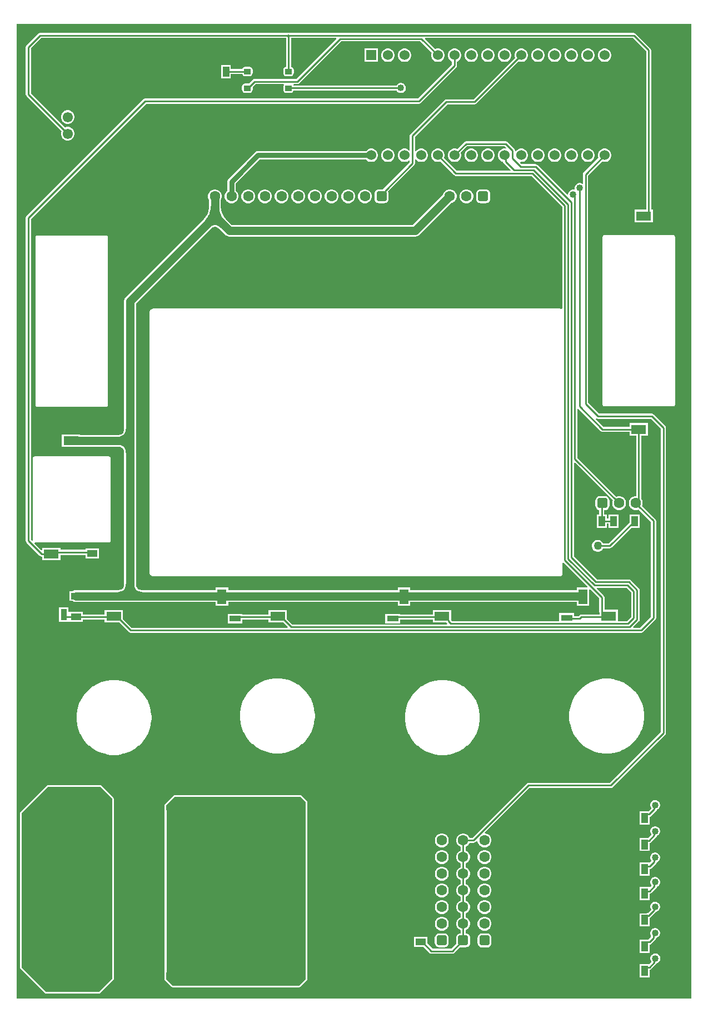
<source format=gbr>
G04*
G04 #@! TF.GenerationSoftware,Altium Limited,Altium Designer,24.1.2 (44)*
G04*
G04 Layer_Physical_Order=2*
G04 Layer_Color=16711680*
%FSLAX25Y25*%
%MOIN*%
G70*
G04*
G04 #@! TF.SameCoordinates,A85318EA-E4D8-42E9-B0A6-CF3BD3DAF5E5*
G04*
G04*
G04 #@! TF.FilePolarity,Positive*
G04*
G01*
G75*
%ADD12C,0.01000*%
%ADD24C,0.08800*%
%ADD27R,0.06102X0.06102*%
%ADD28C,0.06102*%
%ADD31C,0.03000*%
%ADD32C,0.06299*%
G04:AMPARAMS|DCode=33|XSize=62.99mil|YSize=62.99mil|CornerRadius=15.75mil|HoleSize=0mil|Usage=FLASHONLY|Rotation=0.000|XOffset=0mil|YOffset=0mil|HoleType=Round|Shape=RoundedRectangle|*
%AMROUNDEDRECTD33*
21,1,0.06299,0.03150,0,0,0.0*
21,1,0.03150,0.06299,0,0,0.0*
1,1,0.03150,0.01575,-0.01575*
1,1,0.03150,-0.01575,-0.01575*
1,1,0.03150,-0.01575,0.01575*
1,1,0.03150,0.01575,0.01575*
%
%ADD33ROUNDEDRECTD33*%
%ADD34C,0.06000*%
%ADD35R,0.06000X0.06000*%
%ADD36C,0.35000*%
G04:AMPARAMS|DCode=37|XSize=62.99mil|YSize=62.99mil|CornerRadius=15.75mil|HoleSize=0mil|Usage=FLASHONLY|Rotation=90.000|XOffset=0mil|YOffset=0mil|HoleType=Round|Shape=RoundedRectangle|*
%AMROUNDEDRECTD37*
21,1,0.06299,0.03150,0,0,90.0*
21,1,0.03150,0.06299,0,0,90.0*
1,1,0.03150,0.01575,0.01575*
1,1,0.03150,0.01575,-0.01575*
1,1,0.03150,-0.01575,-0.01575*
1,1,0.03150,-0.01575,0.01575*
%
%ADD37ROUNDEDRECTD37*%
%ADD38C,0.05000*%
%ADD39C,0.04000*%
%ADD40R,0.05512X0.09055*%
%ADD41R,0.03937X0.05906*%
%ADD42R,0.13504X0.18504*%
%ADD43R,0.09055X0.05512*%
%ADD44R,0.05906X0.03937*%
%ADD45R,0.06693X0.03740*%
%ADD46R,0.03740X0.06693*%
G04:AMPARAMS|DCode=47|XSize=43.31mil|YSize=35.43mil|CornerRadius=8.86mil|HoleSize=0mil|Usage=FLASHONLY|Rotation=0.000|XOffset=0mil|YOffset=0mil|HoleType=Round|Shape=RoundedRectangle|*
%AMROUNDEDRECTD47*
21,1,0.04331,0.01772,0,0,0.0*
21,1,0.02559,0.03543,0,0,0.0*
1,1,0.01772,0.01280,-0.00886*
1,1,0.01772,-0.01280,-0.00886*
1,1,0.01772,-0.01280,0.00886*
1,1,0.01772,0.01280,0.00886*
%
%ADD47ROUNDEDRECTD47*%
%ADD48C,0.05000*%
%ADD49R,0.38386X1.05315*%
%ADD50R,0.83661X1.03346*%
G36*
X1105315Y333661D02*
X700787D01*
Y918307D01*
X1105315D01*
Y333661D01*
D02*
G37*
%LPC*%
G36*
X1053834Y903567D02*
X1052781D01*
X1051763Y903294D01*
X1050851Y902768D01*
X1050106Y902023D01*
X1049580Y901111D01*
X1049307Y900093D01*
Y899040D01*
X1049580Y898023D01*
X1050106Y897111D01*
X1050851Y896366D01*
X1051763Y895840D01*
X1052781Y895567D01*
X1053834D01*
X1054851Y895840D01*
X1055763Y896366D01*
X1056508Y897111D01*
X1057034Y898023D01*
X1057307Y899040D01*
Y900093D01*
X1057034Y901111D01*
X1056508Y902023D01*
X1055763Y902768D01*
X1054851Y903294D01*
X1053834Y903567D01*
D02*
G37*
G36*
X1043834D02*
X1042780D01*
X1041763Y903294D01*
X1040851Y902768D01*
X1040106Y902023D01*
X1039580Y901111D01*
X1039307Y900093D01*
Y899040D01*
X1039580Y898023D01*
X1040106Y897111D01*
X1040851Y896366D01*
X1041763Y895840D01*
X1042780Y895567D01*
X1043834D01*
X1044851Y895840D01*
X1045763Y896366D01*
X1046508Y897111D01*
X1047034Y898023D01*
X1047307Y899040D01*
Y900093D01*
X1047034Y901111D01*
X1046508Y902023D01*
X1045763Y902768D01*
X1044851Y903294D01*
X1043834Y903567D01*
D02*
G37*
G36*
X1033834D02*
X1032780D01*
X1031763Y903294D01*
X1030851Y902768D01*
X1030106Y902023D01*
X1029580Y901111D01*
X1029307Y900093D01*
Y899040D01*
X1029580Y898023D01*
X1030106Y897111D01*
X1030851Y896366D01*
X1031763Y895840D01*
X1032780Y895567D01*
X1033834D01*
X1034851Y895840D01*
X1035763Y896366D01*
X1036508Y897111D01*
X1037035Y898023D01*
X1037307Y899040D01*
Y900093D01*
X1037035Y901111D01*
X1036508Y902023D01*
X1035763Y902768D01*
X1034851Y903294D01*
X1033834Y903567D01*
D02*
G37*
G36*
X1023834D02*
X1022781D01*
X1021763Y903294D01*
X1020851Y902768D01*
X1020106Y902023D01*
X1019580Y901111D01*
X1019307Y900093D01*
Y899040D01*
X1019580Y898023D01*
X1020106Y897111D01*
X1020851Y896366D01*
X1021763Y895840D01*
X1022781Y895567D01*
X1023834D01*
X1024851Y895840D01*
X1025763Y896366D01*
X1026508Y897111D01*
X1027034Y898023D01*
X1027307Y899040D01*
Y900093D01*
X1027034Y901111D01*
X1026508Y902023D01*
X1025763Y902768D01*
X1024851Y903294D01*
X1023834Y903567D01*
D02*
G37*
G36*
X1013834D02*
X1012780D01*
X1011763Y903294D01*
X1010851Y902768D01*
X1010106Y902023D01*
X1009580Y901111D01*
X1009307Y900093D01*
Y899040D01*
X1009580Y898023D01*
X1010106Y897111D01*
X1010851Y896366D01*
X1011763Y895840D01*
X1012780Y895567D01*
X1013834D01*
X1014851Y895840D01*
X1015763Y896366D01*
X1016508Y897111D01*
X1017035Y898023D01*
X1017307Y899040D01*
Y900093D01*
X1017035Y901111D01*
X1016508Y902023D01*
X1015763Y902768D01*
X1014851Y903294D01*
X1013834Y903567D01*
D02*
G37*
G36*
X1003834D02*
X1002781D01*
X1001763Y903294D01*
X1000851Y902768D01*
X1000106Y902023D01*
X999580Y901111D01*
X999307Y900093D01*
Y899040D01*
X999580Y898023D01*
X999587Y898010D01*
X974748Y873171D01*
X958256D01*
X957671Y873055D01*
X957174Y872723D01*
X936911Y852459D01*
X936579Y851963D01*
X936463Y851378D01*
Y845453D01*
X936463Y845453D01*
Y842721D01*
X936001Y842530D01*
X935763Y842768D01*
X934851Y843294D01*
X933834Y843567D01*
X932780D01*
X931763Y843294D01*
X930851Y842768D01*
X930106Y842023D01*
X929580Y841111D01*
X929307Y840094D01*
Y839040D01*
X929580Y838023D01*
X930106Y837111D01*
X930851Y836366D01*
X931763Y835839D01*
X932780Y835567D01*
X933834D01*
X934851Y835839D01*
X935763Y836366D01*
X936001Y836604D01*
X936463Y836412D01*
Y835279D01*
X920472Y819288D01*
X920368Y819132D01*
X917992D01*
X917320Y819044D01*
X916694Y818785D01*
X916156Y818372D01*
X915743Y817834D01*
X915484Y817208D01*
X915395Y816535D01*
Y813386D01*
X915484Y812714D01*
X915743Y812087D01*
X916156Y811549D01*
X916694Y811137D01*
X917320Y810877D01*
X917992Y810789D01*
X921142D01*
X921814Y810877D01*
X922440Y811137D01*
X922978Y811549D01*
X923391Y812087D01*
X923650Y812714D01*
X923739Y813386D01*
Y816535D01*
X923650Y817208D01*
X923391Y817834D01*
X923370Y817861D01*
X939074Y833564D01*
X939405Y834060D01*
X939522Y834646D01*
Y837124D01*
X940022Y837258D01*
X940106Y837111D01*
X940851Y836366D01*
X941763Y835839D01*
X942780Y835567D01*
X943834D01*
X944851Y835839D01*
X945763Y836366D01*
X946508Y837111D01*
X947034Y838023D01*
X947307Y839040D01*
Y840094D01*
X947034Y841111D01*
X946508Y842023D01*
X945763Y842768D01*
X944851Y843294D01*
X943834Y843567D01*
X942780D01*
X941763Y843294D01*
X940851Y842768D01*
X940106Y842023D01*
X940022Y841876D01*
X939522Y842010D01*
Y845453D01*
X939522Y845453D01*
Y850745D01*
X958889Y870112D01*
X975382D01*
X975967Y870229D01*
X976463Y870560D01*
X1001750Y895847D01*
X1001763Y895840D01*
X1002781Y895567D01*
X1003834D01*
X1004851Y895840D01*
X1005763Y896366D01*
X1006508Y897111D01*
X1007034Y898023D01*
X1007307Y899040D01*
Y900093D01*
X1007034Y901111D01*
X1006508Y902023D01*
X1005763Y902768D01*
X1004851Y903294D01*
X1003834Y903567D01*
D02*
G37*
G36*
X993834D02*
X992780D01*
X991763Y903294D01*
X990851Y902768D01*
X990106Y902023D01*
X989580Y901111D01*
X989307Y900093D01*
Y899040D01*
X989580Y898023D01*
X990106Y897111D01*
X990851Y896366D01*
X991763Y895840D01*
X992780Y895567D01*
X993834D01*
X994851Y895840D01*
X995763Y896366D01*
X996508Y897111D01*
X997034Y898023D01*
X997307Y899040D01*
Y900093D01*
X997034Y901111D01*
X996508Y902023D01*
X995763Y902768D01*
X994851Y903294D01*
X993834Y903567D01*
D02*
G37*
G36*
X983834D02*
X982780D01*
X981763Y903294D01*
X980851Y902768D01*
X980106Y902023D01*
X979580Y901111D01*
X979307Y900093D01*
Y899040D01*
X979580Y898023D01*
X980106Y897111D01*
X980851Y896366D01*
X981763Y895840D01*
X982780Y895567D01*
X983834D01*
X984851Y895840D01*
X985763Y896366D01*
X986508Y897111D01*
X987035Y898023D01*
X987307Y899040D01*
Y900093D01*
X987035Y901111D01*
X986508Y902023D01*
X985763Y902768D01*
X984851Y903294D01*
X983834Y903567D01*
D02*
G37*
G36*
X973834D02*
X972781D01*
X971763Y903294D01*
X970851Y902768D01*
X970106Y902023D01*
X969580Y901111D01*
X969307Y900093D01*
Y899040D01*
X969580Y898023D01*
X970106Y897111D01*
X970851Y896366D01*
X971763Y895840D01*
X972781Y895567D01*
X973834D01*
X974851Y895840D01*
X975763Y896366D01*
X976508Y897111D01*
X977034Y898023D01*
X977307Y899040D01*
Y900093D01*
X977034Y901111D01*
X976508Y902023D01*
X975763Y902768D01*
X974851Y903294D01*
X973834Y903567D01*
D02*
G37*
G36*
X933834D02*
X932780D01*
X931763Y903294D01*
X930851Y902768D01*
X930106Y902023D01*
X929580Y901111D01*
X929307Y900093D01*
Y899040D01*
X929580Y898023D01*
X930106Y897111D01*
X930851Y896366D01*
X931763Y895840D01*
X932780Y895567D01*
X933834D01*
X934851Y895840D01*
X935763Y896366D01*
X936508Y897111D01*
X937035Y898023D01*
X937307Y899040D01*
Y900093D01*
X937035Y901111D01*
X936508Y902023D01*
X935763Y902768D01*
X934851Y903294D01*
X933834Y903567D01*
D02*
G37*
G36*
X923834D02*
X922781D01*
X921763Y903294D01*
X920851Y902768D01*
X920106Y902023D01*
X919580Y901111D01*
X919307Y900093D01*
Y899040D01*
X919580Y898023D01*
X920106Y897111D01*
X920851Y896366D01*
X921763Y895840D01*
X922781Y895567D01*
X923834D01*
X924851Y895840D01*
X925763Y896366D01*
X926508Y897111D01*
X927034Y898023D01*
X927307Y899040D01*
Y900093D01*
X927034Y901111D01*
X926508Y902023D01*
X925763Y902768D01*
X924851Y903294D01*
X923834Y903567D01*
D02*
G37*
G36*
X917307D02*
X909307D01*
Y895567D01*
X917307D01*
Y903567D01*
D02*
G37*
G36*
X829150Y893717D02*
X823213D01*
Y885811D01*
X829150D01*
Y888313D01*
X835902D01*
X835920Y888221D01*
X836337Y887597D01*
X836961Y887180D01*
X837697Y887034D01*
X840256D01*
X840992Y887180D01*
X841615Y887597D01*
X842032Y888221D01*
X842179Y888957D01*
Y890728D01*
X842032Y891464D01*
X841615Y892088D01*
X840992Y892505D01*
X840256Y892651D01*
X837697D01*
X836961Y892505D01*
X836337Y892088D01*
X835920Y891464D01*
X835902Y891372D01*
X829150D01*
Y893717D01*
D02*
G37*
G36*
X731833Y866571D02*
X730766D01*
X729736Y866295D01*
X728812Y865761D01*
X728057Y865007D01*
X727524Y864083D01*
X727248Y863053D01*
Y861986D01*
X727524Y860956D01*
X728057Y860032D01*
X728812Y859278D01*
X729736Y858745D01*
X730766Y858469D01*
X731833D01*
X732863Y858745D01*
X733787Y859278D01*
X734541Y860032D01*
X735074Y860956D01*
X735350Y861986D01*
Y863053D01*
X735074Y864083D01*
X734541Y865007D01*
X733787Y865761D01*
X732863Y866295D01*
X731833Y866571D01*
D02*
G37*
G36*
X994094Y847986D02*
X970197D01*
X969612Y847870D01*
X969115Y847538D01*
X964864Y843287D01*
X964851Y843294D01*
X963834Y843567D01*
X962780D01*
X961763Y843294D01*
X960851Y842768D01*
X960106Y842023D01*
X959580Y841111D01*
X959307Y840094D01*
Y839040D01*
X959580Y838023D01*
X960106Y837111D01*
X960851Y836366D01*
X961763Y835839D01*
X962780Y835567D01*
X963834D01*
X964851Y835839D01*
X965763Y836366D01*
X966508Y837111D01*
X967035Y838023D01*
X967307Y839040D01*
Y840094D01*
X967035Y841111D01*
X967027Y841124D01*
X970830Y844927D01*
X993461D01*
X994476Y843913D01*
X994217Y843464D01*
X993834Y843567D01*
X992780D01*
X991763Y843294D01*
X990851Y842768D01*
X990106Y842023D01*
X989580Y841111D01*
X989307Y840094D01*
Y839040D01*
X989580Y838023D01*
X990106Y837111D01*
X990851Y836366D01*
X991763Y835839D01*
X992414Y835665D01*
X992501Y835225D01*
X992833Y834729D01*
X996861Y830700D01*
X996670Y830238D01*
X964799D01*
X957027Y838010D01*
X957034Y838023D01*
X957307Y839040D01*
Y840094D01*
X957034Y841111D01*
X956508Y842023D01*
X955763Y842768D01*
X954851Y843294D01*
X953834Y843567D01*
X952781D01*
X951763Y843294D01*
X950851Y842768D01*
X950106Y842023D01*
X949580Y841111D01*
X949307Y840094D01*
Y839040D01*
X949580Y838023D01*
X950106Y837111D01*
X950851Y836366D01*
X951763Y835839D01*
X952781Y835567D01*
X953834D01*
X954851Y835839D01*
X954864Y835847D01*
X963084Y827627D01*
X963580Y827296D01*
X964165Y827179D01*
X1009365D01*
X1027904Y808640D01*
Y747580D01*
X1027404Y747313D01*
X1027160Y747476D01*
X1026575Y747592D01*
X782480D01*
X781895Y747476D01*
X781399Y747144D01*
X781336Y747051D01*
X781106Y747005D01*
X780775Y746784D01*
X780554Y746453D01*
X780477Y746063D01*
Y588583D01*
X780554Y588193D01*
X780775Y587862D01*
X781106Y587641D01*
X781336Y587595D01*
X781399Y587501D01*
X781895Y587170D01*
X782480Y587053D01*
X1026575D01*
X1027160Y587170D01*
X1027656Y587501D01*
X1027988Y587997D01*
X1028104Y588583D01*
Y595134D01*
X1028604Y595341D01*
X1043153Y580793D01*
X1042962Y580331D01*
X1036598D01*
Y578727D01*
X936827D01*
Y580331D01*
X929315D01*
Y578727D01*
X827575D01*
Y580331D01*
X820063D01*
Y578727D01*
X776026D01*
X775367Y578762D01*
X774652Y578888D01*
X774057Y579086D01*
X773570Y579348D01*
X773175Y579671D01*
X772852Y580067D01*
X772590Y580553D01*
X772392Y581148D01*
X772266Y581863D01*
X772231Y582522D01*
Y668307D01*
Y750703D01*
X816883Y795355D01*
X817374Y795797D01*
X817969Y796213D01*
X818530Y796494D01*
X819059Y796653D01*
X819567Y796703D01*
X820075Y796653D01*
X820604Y796494D01*
X821165Y796213D01*
X821760Y795797D01*
X822250Y795356D01*
X825811Y791795D01*
X826542Y791234D01*
X827393Y790881D01*
X828307Y790761D01*
X939764D01*
X940678Y790881D01*
X941529Y791234D01*
X942260Y791795D01*
X961384Y810920D01*
X962035Y811094D01*
X962981Y811640D01*
X963754Y812413D01*
X964300Y813359D01*
X964583Y814414D01*
Y815507D01*
X964300Y816562D01*
X963754Y817509D01*
X962981Y818281D01*
X962035Y818827D01*
X960979Y819110D01*
X959887D01*
X958831Y818827D01*
X957885Y818281D01*
X957113Y817509D01*
X956566Y816562D01*
X956392Y815912D01*
X938301Y797822D01*
X829769D01*
X826135Y801456D01*
X825703Y801920D01*
X825151Y802610D01*
X824666Y803324D01*
X824247Y804061D01*
X823894Y804824D01*
X823604Y805613D01*
X823379Y806430D01*
X823217Y807278D01*
X823120Y808156D01*
X823097Y808790D01*
Y812776D01*
X823434Y813359D01*
X823717Y814414D01*
Y815507D01*
X823434Y816562D01*
X822887Y817509D01*
X822115Y818281D01*
X821169Y818827D01*
X820113Y819110D01*
X819021D01*
X817965Y818827D01*
X817019Y818281D01*
X816246Y817509D01*
X815700Y816562D01*
X815417Y815507D01*
Y814414D01*
X815700Y813359D01*
X816037Y812776D01*
Y808790D01*
X816014Y808156D01*
X815917Y807278D01*
X815755Y806430D01*
X815530Y805613D01*
X815240Y804824D01*
X814887Y804061D01*
X814468Y803324D01*
X813983Y802610D01*
X813431Y801920D01*
X812999Y801456D01*
X766205Y754662D01*
X765644Y753931D01*
X765291Y753079D01*
X765171Y752165D01*
Y675632D01*
X765136Y674973D01*
X765010Y674258D01*
X764811Y673663D01*
X764550Y673177D01*
X764226Y672782D01*
X763831Y672458D01*
X763345Y672196D01*
X762750Y671998D01*
X762035Y671872D01*
X761376Y671837D01*
X738795D01*
Y672063D01*
X727740D01*
Y664551D01*
X738795D01*
Y664777D01*
X761376D01*
X762035Y664742D01*
X762750Y664616D01*
X763345Y664418D01*
X763831Y664156D01*
X764226Y663833D01*
X764550Y663437D01*
X764811Y662951D01*
X765010Y662356D01*
X765136Y661641D01*
X765171Y660982D01*
Y582522D01*
X765136Y581863D01*
X765010Y581148D01*
X764811Y580553D01*
X764550Y580067D01*
X764226Y579671D01*
X763831Y579348D01*
X763345Y579086D01*
X762750Y578888D01*
X762035Y578762D01*
X761376Y578727D01*
X736221D01*
X735307Y578607D01*
X734455Y578254D01*
X734340Y578165D01*
X732268D01*
Y572228D01*
X734340D01*
X734455Y572140D01*
X735307Y571787D01*
X736221Y571667D01*
X820063D01*
Y569276D01*
X827575D01*
Y571667D01*
X929315D01*
Y569276D01*
X936827D01*
Y571667D01*
X1036598D01*
Y569276D01*
X1044110D01*
Y579182D01*
X1044572Y579374D01*
X1050170Y573775D01*
Y565435D01*
X1050200Y565287D01*
Y564128D01*
X1039370D01*
X1038785Y564011D01*
X1038289Y563680D01*
X1037752Y563144D01*
X1034858D01*
Y564878D01*
X1026165D01*
Y560167D01*
X961681D01*
X961266Y560582D01*
Y560736D01*
X961236Y560884D01*
Y566748D01*
X950181D01*
Y564128D01*
X930527D01*
Y564484D01*
X921835D01*
Y558744D01*
X930527D01*
Y561069D01*
X950181D01*
Y559236D01*
X958408D01*
X958655Y558867D01*
X958893Y558629D01*
X958702Y558167D01*
X866043D01*
X862811Y561399D01*
Y566748D01*
X851756D01*
Y564128D01*
X836039D01*
Y564484D01*
X827347D01*
Y558744D01*
X836039D01*
Y561069D01*
X851756D01*
Y559236D01*
X860648D01*
X863255Y556629D01*
X863064Y556167D01*
X769618D01*
X764386Y561399D01*
Y566748D01*
X753331D01*
Y564128D01*
X740173D01*
Y565567D01*
X732268D01*
Y565567D01*
X731807Y565662D01*
Y568323D01*
X726067D01*
Y559630D01*
X731807D01*
Y559630D01*
X732268D01*
Y559630D01*
X740173D01*
Y561069D01*
X753331D01*
Y559236D01*
X762223D01*
X767903Y553556D01*
X768399Y553225D01*
X768984Y553108D01*
X1075307D01*
X1075892Y553225D01*
X1076388Y553556D01*
X1083759Y560926D01*
X1084090Y561423D01*
X1084207Y562008D01*
Y620236D01*
X1084090Y620822D01*
X1083759Y621318D01*
X1075837Y629239D01*
X1075875Y629304D01*
X1076157Y630359D01*
Y631452D01*
X1075875Y632507D01*
X1075348Y633419D01*
Y671441D01*
X1079346D01*
Y678953D01*
X1068291D01*
Y676726D01*
X1052799D01*
X1048085Y681440D01*
X1048404Y681828D01*
X1048659Y681658D01*
X1049244Y681541D01*
X1081059D01*
X1087053Y675548D01*
Y493744D01*
X1056453Y463144D01*
X1007716D01*
X1007131Y463027D01*
X1006634Y462696D01*
X974125Y430186D01*
X972346D01*
X972326Y430259D01*
X971780Y431205D01*
X971008Y431977D01*
X970061Y432524D01*
X969006Y432806D01*
X967913D01*
X966858Y432524D01*
X965912Y431977D01*
X965139Y431205D01*
X964593Y430259D01*
X964310Y429203D01*
Y428111D01*
X964593Y427055D01*
X965139Y426109D01*
X965912Y425336D01*
X966858Y424790D01*
X966930Y424771D01*
Y422543D01*
X966858Y422524D01*
X965912Y421977D01*
X965139Y421205D01*
X964593Y420259D01*
X964310Y419203D01*
Y418111D01*
X964593Y417055D01*
X965139Y416109D01*
X965912Y415336D01*
X966858Y414790D01*
X966930Y414771D01*
Y412543D01*
X966858Y412524D01*
X965912Y411977D01*
X965139Y411205D01*
X964593Y410258D01*
X964310Y409203D01*
Y408111D01*
X964593Y407055D01*
X965139Y406109D01*
X965912Y405336D01*
X966858Y404790D01*
X966930Y404771D01*
Y402543D01*
X966858Y402524D01*
X965912Y401977D01*
X965139Y401205D01*
X964593Y400258D01*
X964310Y399203D01*
Y398111D01*
X964593Y397055D01*
X965139Y396109D01*
X965912Y395336D01*
X966858Y394790D01*
X966930Y394771D01*
Y392543D01*
X966858Y392524D01*
X965912Y391977D01*
X965139Y391205D01*
X964593Y390259D01*
X964310Y389203D01*
Y388110D01*
X964593Y387055D01*
X965139Y386109D01*
X965912Y385336D01*
X966858Y384790D01*
X966930Y384771D01*
Y382543D01*
X966858Y382524D01*
X965912Y381977D01*
X965139Y381205D01*
X964593Y380258D01*
X964310Y379203D01*
Y378111D01*
X964593Y377055D01*
X965139Y376109D01*
X965912Y375336D01*
X966858Y374790D01*
X966930Y374771D01*
Y372829D01*
X966885D01*
X966213Y372740D01*
X965586Y372481D01*
X965049Y372068D01*
X964636Y371530D01*
X964376Y370904D01*
X964288Y370232D01*
Y367082D01*
X964338Y366698D01*
X961374Y363734D01*
X950043D01*
X946866Y366911D01*
Y370685D01*
X938961D01*
Y364748D01*
X944703D01*
X948328Y361123D01*
X948824Y360792D01*
X949409Y360675D01*
X962008D01*
X962593Y360792D01*
X963089Y361123D01*
X966501Y364535D01*
X966885Y364485D01*
X970034D01*
X970707Y364574D01*
X971333Y364833D01*
X971871Y365246D01*
X972283Y365784D01*
X972543Y366410D01*
X972631Y367082D01*
Y370232D01*
X972543Y370904D01*
X972283Y371530D01*
X971871Y372068D01*
X971333Y372481D01*
X970707Y372740D01*
X970034Y372829D01*
X969989D01*
Y374771D01*
X970061Y374790D01*
X971008Y375336D01*
X971780Y376109D01*
X972326Y377055D01*
X972609Y378111D01*
Y379203D01*
X972326Y380258D01*
X971780Y381205D01*
X971008Y381977D01*
X970061Y382524D01*
X969989Y382543D01*
Y384771D01*
X970061Y384790D01*
X971008Y385336D01*
X971780Y386109D01*
X972326Y387055D01*
X972609Y388110D01*
Y389203D01*
X972326Y390259D01*
X971780Y391205D01*
X971008Y391977D01*
X970061Y392524D01*
X969989Y392543D01*
Y394771D01*
X970061Y394790D01*
X971008Y395336D01*
X971780Y396109D01*
X972326Y397055D01*
X972609Y398111D01*
Y399203D01*
X972326Y400258D01*
X971780Y401205D01*
X971008Y401977D01*
X970061Y402524D01*
X969989Y402543D01*
Y404771D01*
X970061Y404790D01*
X971008Y405336D01*
X971780Y406109D01*
X972326Y407055D01*
X972609Y408111D01*
Y409203D01*
X972326Y410258D01*
X971780Y411205D01*
X971008Y411977D01*
X970061Y412524D01*
X969989Y412543D01*
Y414771D01*
X970061Y414790D01*
X971008Y415336D01*
X971780Y416109D01*
X972326Y417055D01*
X972609Y418111D01*
Y419203D01*
X972326Y420259D01*
X971780Y421205D01*
X971008Y421977D01*
X970061Y422524D01*
X969989Y422543D01*
Y424771D01*
X970061Y424790D01*
X971008Y425336D01*
X971780Y426109D01*
X972326Y427055D01*
X972346Y427128D01*
X974759D01*
X975344Y427244D01*
X975840Y427575D01*
X976688Y428423D01*
X977150Y428232D01*
Y428076D01*
X977432Y427020D01*
X977979Y426074D01*
X978751Y425302D01*
X979698Y424755D01*
X980753Y424472D01*
X981845D01*
X982901Y424755D01*
X983847Y425302D01*
X984620Y426074D01*
X985166Y427020D01*
X985449Y428076D01*
Y429168D01*
X985166Y430224D01*
X984620Y431170D01*
X983847Y431943D01*
X982901Y432489D01*
X981845Y432772D01*
X981689D01*
X981498Y433234D01*
X1008349Y460085D01*
X1057087D01*
X1057672Y460201D01*
X1058168Y460533D01*
X1089664Y492029D01*
X1089996Y492525D01*
X1090112Y493110D01*
Y676181D01*
X1089996Y676766D01*
X1089664Y677262D01*
X1082774Y684152D01*
X1082278Y684484D01*
X1081693Y684600D01*
X1049878D01*
X1043415Y691063D01*
Y759158D01*
Y827512D01*
X1051750Y835847D01*
X1051763Y835839D01*
X1052781Y835567D01*
X1053834D01*
X1054851Y835839D01*
X1055763Y836366D01*
X1056508Y837111D01*
X1057034Y838023D01*
X1057307Y839040D01*
Y840094D01*
X1057034Y841111D01*
X1056508Y842023D01*
X1055763Y842768D01*
X1054851Y843294D01*
X1053834Y843567D01*
X1052781D01*
X1051763Y843294D01*
X1050851Y842768D01*
X1050106Y842023D01*
X1049580Y841111D01*
X1049307Y840094D01*
Y839040D01*
X1049580Y838023D01*
X1049587Y838010D01*
X1040804Y829227D01*
X1040473Y828731D01*
X1040356Y828146D01*
Y822786D01*
X1039856Y822497D01*
X1039544Y822677D01*
X1038781Y822882D01*
X1037991D01*
X1037228Y822677D01*
X1036544Y822283D01*
X1035985Y821724D01*
X1035590Y821040D01*
X1035386Y820277D01*
Y819487D01*
X1035455Y819229D01*
X1035101Y818876D01*
X1034844Y818945D01*
X1034054D01*
X1033291Y818740D01*
X1032607Y818346D01*
X1032048Y817787D01*
X1031653Y817103D01*
X1031449Y816340D01*
Y816093D01*
X1030949Y815886D01*
X1012984Y833850D01*
X1012488Y834182D01*
X1011903Y834298D01*
X1003495D01*
X1002687Y835106D01*
X1002933Y835567D01*
X1003834D01*
X1004851Y835839D01*
X1005763Y836366D01*
X1006508Y837111D01*
X1007034Y838023D01*
X1007307Y839040D01*
Y840094D01*
X1007034Y841111D01*
X1006508Y842023D01*
X1005763Y842768D01*
X1004851Y843294D01*
X1003834Y843567D01*
X1002781D01*
X1001763Y843294D01*
X1000851Y842768D01*
X1000106Y842023D01*
X1000061Y841944D01*
X999561Y842078D01*
Y842520D01*
X999444Y843105D01*
X999113Y843601D01*
X995176Y847538D01*
X994680Y847870D01*
X994094Y847986D01*
D02*
G37*
G36*
X1043834Y843567D02*
X1042780D01*
X1041763Y843294D01*
X1040851Y842768D01*
X1040106Y842023D01*
X1039580Y841111D01*
X1039307Y840094D01*
Y839040D01*
X1039580Y838023D01*
X1040106Y837111D01*
X1040851Y836366D01*
X1041763Y835839D01*
X1042780Y835567D01*
X1043834D01*
X1044851Y835839D01*
X1045763Y836366D01*
X1046508Y837111D01*
X1047034Y838023D01*
X1047307Y839040D01*
Y840094D01*
X1047034Y841111D01*
X1046508Y842023D01*
X1045763Y842768D01*
X1044851Y843294D01*
X1043834Y843567D01*
D02*
G37*
G36*
X1033834D02*
X1032780D01*
X1031763Y843294D01*
X1030851Y842768D01*
X1030106Y842023D01*
X1029580Y841111D01*
X1029307Y840094D01*
Y839040D01*
X1029580Y838023D01*
X1030106Y837111D01*
X1030851Y836366D01*
X1031763Y835839D01*
X1032780Y835567D01*
X1033834D01*
X1034851Y835839D01*
X1035763Y836366D01*
X1036508Y837111D01*
X1037035Y838023D01*
X1037307Y839040D01*
Y840094D01*
X1037035Y841111D01*
X1036508Y842023D01*
X1035763Y842768D01*
X1034851Y843294D01*
X1033834Y843567D01*
D02*
G37*
G36*
X1023834D02*
X1022781D01*
X1021763Y843294D01*
X1020851Y842768D01*
X1020106Y842023D01*
X1019580Y841111D01*
X1019307Y840094D01*
Y839040D01*
X1019580Y838023D01*
X1020106Y837111D01*
X1020851Y836366D01*
X1021763Y835839D01*
X1022781Y835567D01*
X1023834D01*
X1024851Y835839D01*
X1025763Y836366D01*
X1026508Y837111D01*
X1027034Y838023D01*
X1027307Y839040D01*
Y840094D01*
X1027034Y841111D01*
X1026508Y842023D01*
X1025763Y842768D01*
X1024851Y843294D01*
X1023834Y843567D01*
D02*
G37*
G36*
X1013834D02*
X1012780D01*
X1011763Y843294D01*
X1010851Y842768D01*
X1010106Y842023D01*
X1009580Y841111D01*
X1009307Y840094D01*
Y839040D01*
X1009580Y838023D01*
X1010106Y837111D01*
X1010851Y836366D01*
X1011763Y835839D01*
X1012780Y835567D01*
X1013834D01*
X1014851Y835839D01*
X1015763Y836366D01*
X1016508Y837111D01*
X1017035Y838023D01*
X1017307Y839040D01*
Y840094D01*
X1017035Y841111D01*
X1016508Y842023D01*
X1015763Y842768D01*
X1014851Y843294D01*
X1013834Y843567D01*
D02*
G37*
G36*
X983834D02*
X982780D01*
X981763Y843294D01*
X980851Y842768D01*
X980106Y842023D01*
X979580Y841111D01*
X979307Y840094D01*
Y839040D01*
X979580Y838023D01*
X980106Y837111D01*
X980851Y836366D01*
X981763Y835839D01*
X982780Y835567D01*
X983834D01*
X984851Y835839D01*
X985763Y836366D01*
X986508Y837111D01*
X987035Y838023D01*
X987307Y839040D01*
Y840094D01*
X987035Y841111D01*
X986508Y842023D01*
X985763Y842768D01*
X984851Y843294D01*
X983834Y843567D01*
D02*
G37*
G36*
X973834D02*
X972781D01*
X971763Y843294D01*
X970851Y842768D01*
X970106Y842023D01*
X969580Y841111D01*
X969307Y840094D01*
Y839040D01*
X969580Y838023D01*
X970106Y837111D01*
X970851Y836366D01*
X971763Y835839D01*
X972781Y835567D01*
X973834D01*
X974851Y835839D01*
X975763Y836366D01*
X976508Y837111D01*
X977034Y838023D01*
X977307Y839040D01*
Y840094D01*
X977034Y841111D01*
X976508Y842023D01*
X975763Y842768D01*
X974851Y843294D01*
X973834Y843567D01*
D02*
G37*
G36*
X923834D02*
X922781D01*
X921763Y843294D01*
X920851Y842768D01*
X920106Y842023D01*
X919580Y841111D01*
X919307Y840094D01*
Y839040D01*
X919580Y838023D01*
X920106Y837111D01*
X920851Y836366D01*
X921763Y835839D01*
X922781Y835567D01*
X923834D01*
X924851Y835839D01*
X925763Y836366D01*
X926508Y837111D01*
X927034Y838023D01*
X927307Y839040D01*
Y840094D01*
X927034Y841111D01*
X926508Y842023D01*
X925763Y842768D01*
X924851Y843294D01*
X923834Y843567D01*
D02*
G37*
G36*
X913834D02*
X912780D01*
X911763Y843294D01*
X910851Y842768D01*
X910199Y842116D01*
X845472D01*
X844497Y841922D01*
X843670Y841369D01*
X827765Y825464D01*
X827212Y824637D01*
X827018Y823661D01*
Y818280D01*
X826246Y817509D01*
X825700Y816562D01*
X825417Y815507D01*
Y814414D01*
X825700Y813359D01*
X826246Y812413D01*
X827019Y811640D01*
X827965Y811094D01*
X829021Y810811D01*
X830113D01*
X831169Y811094D01*
X832115Y811640D01*
X832887Y812413D01*
X833434Y813359D01*
X833716Y814414D01*
Y815507D01*
X833434Y816562D01*
X832887Y817509D01*
X832116Y818280D01*
Y822606D01*
X846528Y837018D01*
X910199D01*
X910851Y836366D01*
X911763Y835839D01*
X912780Y835567D01*
X913834D01*
X914851Y835839D01*
X915763Y836366D01*
X916508Y837111D01*
X917035Y838023D01*
X917307Y839040D01*
Y840094D01*
X917035Y841111D01*
X916508Y842023D01*
X915763Y842768D01*
X914851Y843294D01*
X913834Y843567D01*
D02*
G37*
G36*
X970979Y819110D02*
X969887D01*
X968831Y818827D01*
X967885Y818281D01*
X967113Y817509D01*
X966566Y816562D01*
X966284Y815507D01*
Y814414D01*
X966566Y813359D01*
X967113Y812413D01*
X967885Y811640D01*
X968831Y811094D01*
X969887Y810811D01*
X970979D01*
X972035Y811094D01*
X972981Y811640D01*
X973754Y812413D01*
X974300Y813359D01*
X974583Y814414D01*
Y815507D01*
X974300Y816562D01*
X973754Y817509D01*
X972981Y818281D01*
X972035Y818827D01*
X970979Y819110D01*
D02*
G37*
G36*
X910113D02*
X909021D01*
X907965Y818827D01*
X907019Y818281D01*
X906246Y817509D01*
X905700Y816562D01*
X905417Y815507D01*
Y814414D01*
X905700Y813359D01*
X906246Y812413D01*
X907019Y811640D01*
X907965Y811094D01*
X909021Y810811D01*
X910113D01*
X911169Y811094D01*
X912115Y811640D01*
X912887Y812413D01*
X913434Y813359D01*
X913717Y814414D01*
Y815507D01*
X913434Y816562D01*
X912887Y817509D01*
X912115Y818281D01*
X911169Y818827D01*
X910113Y819110D01*
D02*
G37*
G36*
X900113D02*
X899021D01*
X897965Y818827D01*
X897019Y818281D01*
X896246Y817509D01*
X895700Y816562D01*
X895417Y815507D01*
Y814414D01*
X895700Y813359D01*
X896246Y812413D01*
X897019Y811640D01*
X897965Y811094D01*
X899021Y810811D01*
X900113D01*
X901169Y811094D01*
X902115Y811640D01*
X902887Y812413D01*
X903434Y813359D01*
X903716Y814414D01*
Y815507D01*
X903434Y816562D01*
X902887Y817509D01*
X902115Y818281D01*
X901169Y818827D01*
X900113Y819110D01*
D02*
G37*
G36*
X890113D02*
X889021D01*
X887965Y818827D01*
X887019Y818281D01*
X886246Y817509D01*
X885700Y816562D01*
X885417Y815507D01*
Y814414D01*
X885700Y813359D01*
X886246Y812413D01*
X887019Y811640D01*
X887965Y811094D01*
X889021Y810811D01*
X890113D01*
X891169Y811094D01*
X892115Y811640D01*
X892887Y812413D01*
X893434Y813359D01*
X893717Y814414D01*
Y815507D01*
X893434Y816562D01*
X892887Y817509D01*
X892115Y818281D01*
X891169Y818827D01*
X890113Y819110D01*
D02*
G37*
G36*
X880113D02*
X879021D01*
X877965Y818827D01*
X877019Y818281D01*
X876246Y817509D01*
X875700Y816562D01*
X875417Y815507D01*
Y814414D01*
X875700Y813359D01*
X876246Y812413D01*
X877019Y811640D01*
X877965Y811094D01*
X879021Y810811D01*
X880113D01*
X881169Y811094D01*
X882115Y811640D01*
X882887Y812413D01*
X883434Y813359D01*
X883716Y814414D01*
Y815507D01*
X883434Y816562D01*
X882887Y817509D01*
X882115Y818281D01*
X881169Y818827D01*
X880113Y819110D01*
D02*
G37*
G36*
X870113D02*
X869021D01*
X867965Y818827D01*
X867019Y818281D01*
X866246Y817509D01*
X865700Y816562D01*
X865417Y815507D01*
Y814414D01*
X865700Y813359D01*
X866246Y812413D01*
X867019Y811640D01*
X867965Y811094D01*
X869021Y810811D01*
X870113D01*
X871169Y811094D01*
X872115Y811640D01*
X872887Y812413D01*
X873434Y813359D01*
X873717Y814414D01*
Y815507D01*
X873434Y816562D01*
X872887Y817509D01*
X872115Y818281D01*
X871169Y818827D01*
X870113Y819110D01*
D02*
G37*
G36*
X860113D02*
X859021D01*
X857965Y818827D01*
X857019Y818281D01*
X856246Y817509D01*
X855700Y816562D01*
X855417Y815507D01*
Y814414D01*
X855700Y813359D01*
X856246Y812413D01*
X857019Y811640D01*
X857965Y811094D01*
X859021Y810811D01*
X860113D01*
X861169Y811094D01*
X862115Y811640D01*
X862887Y812413D01*
X863434Y813359D01*
X863717Y814414D01*
Y815507D01*
X863434Y816562D01*
X862887Y817509D01*
X862115Y818281D01*
X861169Y818827D01*
X860113Y819110D01*
D02*
G37*
G36*
X850113D02*
X849021D01*
X847965Y818827D01*
X847019Y818281D01*
X846246Y817509D01*
X845700Y816562D01*
X845417Y815507D01*
Y814414D01*
X845700Y813359D01*
X846246Y812413D01*
X847019Y811640D01*
X847965Y811094D01*
X849021Y810811D01*
X850113D01*
X851169Y811094D01*
X852115Y811640D01*
X852887Y812413D01*
X853434Y813359D01*
X853716Y814414D01*
Y815507D01*
X853434Y816562D01*
X852887Y817509D01*
X852115Y818281D01*
X851169Y818827D01*
X850113Y819110D01*
D02*
G37*
G36*
X840113D02*
X839021D01*
X837965Y818827D01*
X837019Y818281D01*
X836246Y817509D01*
X835700Y816562D01*
X835417Y815507D01*
Y814414D01*
X835700Y813359D01*
X836246Y812413D01*
X837019Y811640D01*
X837965Y811094D01*
X839021Y810811D01*
X840113D01*
X841169Y811094D01*
X842115Y811640D01*
X842887Y812413D01*
X843434Y813359D01*
X843717Y814414D01*
Y815507D01*
X843434Y816562D01*
X842887Y817509D01*
X842115Y818281D01*
X841169Y818827D01*
X840113Y819110D01*
D02*
G37*
G36*
X982008Y819132D02*
X978858D01*
X978186Y819044D01*
X977560Y818785D01*
X977022Y818372D01*
X976609Y817834D01*
X976350Y817208D01*
X976261Y816535D01*
Y813386D01*
X976350Y812714D01*
X976609Y812087D01*
X977022Y811549D01*
X977560Y811137D01*
X978186Y810877D01*
X978858Y810789D01*
X982008D01*
X982680Y810877D01*
X983306Y811137D01*
X983844Y811549D01*
X984257Y812087D01*
X984516Y812714D01*
X984605Y813386D01*
Y816535D01*
X984516Y817208D01*
X984257Y817834D01*
X983844Y818372D01*
X983306Y818785D01*
X982680Y819044D01*
X982008Y819132D01*
D02*
G37*
G36*
X1070866Y912947D02*
X714567D01*
X713982Y912830D01*
X713485Y912499D01*
X706596Y905609D01*
X706264Y905113D01*
X706148Y904528D01*
Y876142D01*
X706264Y875556D01*
X706596Y875060D01*
X727542Y854114D01*
X727524Y854083D01*
X727248Y853053D01*
Y851986D01*
X727524Y850956D01*
X728057Y850032D01*
X728812Y849278D01*
X729736Y848745D01*
X730766Y848468D01*
X731833D01*
X732863Y848745D01*
X733787Y849278D01*
X734541Y850032D01*
X735074Y850956D01*
X735350Y851986D01*
Y853053D01*
X735074Y854083D01*
X734541Y855007D01*
X733787Y855761D01*
X732863Y856295D01*
X731833Y856571D01*
X730766D01*
X729736Y856295D01*
X729705Y856277D01*
X709207Y876775D01*
Y903894D01*
X715200Y909888D01*
X862250D01*
Y892601D01*
X861764Y892505D01*
X861140Y892088D01*
X860724Y891464D01*
X860577Y890728D01*
Y888957D01*
X860724Y888221D01*
X861140Y887597D01*
X861764Y887180D01*
X862500Y887034D01*
X865059D01*
X865795Y887180D01*
X866419Y887597D01*
X866835Y888221D01*
X866982Y888957D01*
Y890728D01*
X866835Y891464D01*
X866419Y892088D01*
X865795Y892505D01*
X865309Y892601D01*
Y909888D01*
X892308D01*
X892499Y909426D01*
X868461Y885388D01*
X843386D01*
X842801Y885271D01*
X842304Y884940D01*
X840016Y882651D01*
X837697D01*
X836961Y882505D01*
X836337Y882088D01*
X835920Y881464D01*
X835774Y880728D01*
Y878957D01*
X835920Y878221D01*
X836337Y877597D01*
X836961Y877180D01*
X837697Y877034D01*
X840256D01*
X840992Y877180D01*
X841615Y877597D01*
X842032Y878221D01*
X842179Y878957D01*
Y880488D01*
X844019Y882329D01*
X860700D01*
X860967Y881829D01*
X860724Y881464D01*
X860577Y880728D01*
Y878957D01*
X860724Y878221D01*
X861140Y877597D01*
X861764Y877180D01*
X862500Y877034D01*
X865059D01*
X865795Y877180D01*
X866419Y877597D01*
X866835Y878221D01*
X866862Y878353D01*
X928544D01*
X928702Y878079D01*
X929260Y877521D01*
X929944Y877126D01*
X930707Y876921D01*
X931497D01*
X932260Y877126D01*
X932944Y877521D01*
X933503Y878079D01*
X933898Y878763D01*
X934102Y879526D01*
Y880316D01*
X933898Y881079D01*
X933503Y881763D01*
X932944Y882322D01*
X932260Y882717D01*
X931497Y882921D01*
X930707D01*
X929944Y882717D01*
X929260Y882322D01*
X928702Y881763D01*
X928498Y881411D01*
X866846D01*
X866835Y881464D01*
X866592Y881829D01*
X866859Y882329D01*
X869094D01*
X869680Y882445D01*
X870176Y882777D01*
X895287Y907888D01*
X942823D01*
X949587Y901124D01*
X949580Y901111D01*
X949307Y900093D01*
Y899040D01*
X949580Y898023D01*
X950106Y897111D01*
X950851Y896366D01*
X951763Y895840D01*
X952781Y895567D01*
X953834D01*
X954851Y895840D01*
X955763Y896366D01*
X956508Y897111D01*
X957034Y898023D01*
X957307Y899040D01*
Y900093D01*
X957034Y901111D01*
X956508Y902023D01*
X955763Y902768D01*
X954851Y903294D01*
X953834Y903567D01*
X952781D01*
X951763Y903294D01*
X951750Y903287D01*
X945611Y909426D01*
X945802Y909888D01*
X1070233D01*
X1078195Y901925D01*
Y806905D01*
X1071244D01*
Y799394D01*
X1082299D01*
Y806905D01*
X1081254D01*
Y902559D01*
X1081137Y903144D01*
X1080806Y903640D01*
X1071948Y912499D01*
X1071451Y912830D01*
X1070866Y912947D01*
D02*
G37*
G36*
X1094488Y791768D02*
X1053150D01*
X1052759Y791690D01*
X1052429Y791469D01*
X1052208Y791138D01*
X1052130Y790748D01*
Y689961D01*
X1052208Y689571D01*
X1052429Y689240D01*
X1052759Y689019D01*
X1053150Y688941D01*
X1094488D01*
X1094878Y689019D01*
X1095209Y689240D01*
X1095430Y689571D01*
X1095508Y689961D01*
Y790748D01*
X1095430Y791138D01*
X1095209Y791469D01*
X1094878Y791690D01*
X1094488Y791768D01*
D02*
G37*
G36*
X754383Y791529D02*
X713044D01*
X712654Y791451D01*
X712323Y791230D01*
X712102Y790899D01*
X712025Y790509D01*
Y689722D01*
X712102Y689332D01*
X712323Y689001D01*
X712654Y688780D01*
X713044Y688702D01*
X754383D01*
X754773Y688780D01*
X755104Y689001D01*
X755325Y689332D01*
X755403Y689722D01*
Y790509D01*
X755325Y790899D01*
X755104Y791230D01*
X754773Y791451D01*
X754383Y791529D01*
D02*
G37*
G36*
X963834Y903567D02*
X962780D01*
X961763Y903294D01*
X960851Y902768D01*
X960106Y902023D01*
X959580Y901111D01*
X959307Y900093D01*
Y899040D01*
X959580Y898023D01*
X960106Y897111D01*
X960851Y896366D01*
X961763Y895840D01*
X961778Y895836D01*
Y894059D01*
X941296Y873577D01*
X777559D01*
X776974Y873460D01*
X776478Y873129D01*
X706596Y803247D01*
X706264Y802751D01*
X706148Y802165D01*
Y608268D01*
X706264Y607682D01*
X706596Y607186D01*
X714470Y599312D01*
X714966Y598981D01*
X715551Y598864D01*
X715929D01*
Y596638D01*
X726984D01*
Y599849D01*
X742110D01*
Y597819D01*
X750016D01*
Y603756D01*
X742110D01*
Y602907D01*
X726984D01*
Y604150D01*
X715929D01*
Y602832D01*
X715467Y602641D01*
X711345Y606763D01*
X711360Y606866D01*
X711567Y607248D01*
X755905D01*
X756296Y607326D01*
X756627Y607547D01*
X756847Y607877D01*
X756925Y608268D01*
Y657874D01*
X756847Y658264D01*
X756627Y658595D01*
X756296Y658816D01*
X755905Y658894D01*
X711417D01*
X711027Y658816D01*
X710696Y658595D01*
X710475Y658264D01*
X710398Y657874D01*
Y608417D01*
X710015Y608211D01*
X709912Y608195D01*
X709207Y608901D01*
Y801532D01*
X778193Y870518D01*
X941929D01*
X942514Y870634D01*
X943011Y870966D01*
X964389Y892344D01*
X964720Y892840D01*
X964837Y893425D01*
Y895836D01*
X964851Y895840D01*
X965763Y896366D01*
X966508Y897111D01*
X967035Y898023D01*
X967307Y899040D01*
Y900093D01*
X967035Y901111D01*
X966508Y902023D01*
X965763Y902768D01*
X964851Y903294D01*
X963834Y903567D01*
D02*
G37*
G36*
X858438Y525728D02*
X855625D01*
X855559Y525715D01*
X855492Y525719D01*
X852703Y525352D01*
X852640Y525331D01*
X852573Y525326D01*
X849856Y524598D01*
X849795Y524569D01*
X849730Y524555D01*
X847131Y523479D01*
X847075Y523442D01*
X847011Y523420D01*
X844575Y522014D01*
X844525Y521970D01*
X844464Y521940D01*
X842233Y520227D01*
X842189Y520177D01*
X842133Y520140D01*
X840144Y518151D01*
X840107Y518095D01*
X840056Y518050D01*
X838344Y515819D01*
X838314Y515759D01*
X838270Y515708D01*
X836863Y513272D01*
X836842Y513208D01*
X836804Y513153D01*
X835728Y510554D01*
X835715Y510488D01*
X835685Y510428D01*
X834957Y507711D01*
X834953Y507644D01*
X834931Y507580D01*
X834564Y504791D01*
X834568Y504724D01*
X834555Y504658D01*
Y501846D01*
X834568Y501780D01*
X834564Y501713D01*
X834931Y498924D01*
X834953Y498860D01*
X834957Y498793D01*
X835685Y496076D01*
X835715Y496016D01*
X835728Y495950D01*
X836804Y493351D01*
X836842Y493295D01*
X836863Y493232D01*
X838270Y490796D01*
X838314Y490745D01*
X838344Y490685D01*
X840056Y488453D01*
X840107Y488409D01*
X840144Y488353D01*
X842133Y486364D01*
X842189Y486327D01*
X842233Y486276D01*
X844464Y484564D01*
X844525Y484535D01*
X844575Y484490D01*
X847011Y483084D01*
X847075Y483062D01*
X847131Y483025D01*
X849730Y481948D01*
X849795Y481935D01*
X849856Y481906D01*
X852573Y481178D01*
X852640Y481173D01*
X852703Y481151D01*
X855492Y480784D01*
X855559Y480789D01*
X855625Y480776D01*
X858438D01*
X858504Y480789D01*
X858571Y480784D01*
X861360Y481151D01*
X861423Y481173D01*
X861490Y481178D01*
X864207Y481906D01*
X864268Y481935D01*
X864334Y481948D01*
X866932Y483025D01*
X866988Y483062D01*
X867052Y483084D01*
X869488Y484490D01*
X869538Y484535D01*
X869598Y484564D01*
X871830Y486276D01*
X871874Y486327D01*
X871930Y486364D01*
X873919Y488353D01*
X873956Y488409D01*
X874007Y488453D01*
X875719Y490685D01*
X875749Y490745D01*
X875793Y490796D01*
X877200Y493232D01*
X877221Y493295D01*
X877259Y493351D01*
X878335Y495950D01*
X878348Y496016D01*
X878378Y496076D01*
X879106Y498793D01*
X879110Y498860D01*
X879132Y498924D01*
X879499Y501713D01*
X879495Y501780D01*
X879508Y501846D01*
Y504658D01*
X879495Y504724D01*
X879499Y504791D01*
X879132Y507580D01*
X879110Y507644D01*
X879106Y507711D01*
X878378Y510428D01*
X878348Y510488D01*
X878335Y510554D01*
X877259Y513153D01*
X877221Y513208D01*
X877200Y513272D01*
X875793Y515708D01*
X875749Y515759D01*
X875719Y515819D01*
X874007Y518050D01*
X873956Y518095D01*
X873919Y518151D01*
X871930Y520140D01*
X871874Y520177D01*
X871830Y520227D01*
X869598Y521940D01*
X869538Y521970D01*
X869488Y522014D01*
X867052Y523420D01*
X866988Y523442D01*
X866932Y523479D01*
X864334Y524555D01*
X864268Y524569D01*
X864207Y524598D01*
X861490Y525326D01*
X861423Y525331D01*
X861360Y525352D01*
X858571Y525719D01*
X858504Y525715D01*
X858438Y525728D01*
D02*
G37*
G36*
X1055986Y525590D02*
X1053174D01*
X1053108Y525576D01*
X1053041Y525581D01*
X1050252Y525214D01*
X1050188Y525192D01*
X1050121Y525188D01*
X1047404Y524460D01*
X1047344Y524430D01*
X1047278Y524417D01*
X1044679Y523341D01*
X1044623Y523303D01*
X1044560Y523281D01*
X1042124Y521875D01*
X1042073Y521831D01*
X1042013Y521801D01*
X1039782Y520089D01*
X1039737Y520038D01*
X1039681Y520001D01*
X1037692Y518012D01*
X1037655Y517956D01*
X1037605Y517912D01*
X1035892Y515680D01*
X1035863Y515620D01*
X1035818Y515569D01*
X1034412Y513134D01*
X1034390Y513070D01*
X1034353Y513014D01*
X1033276Y510415D01*
X1033263Y510349D01*
X1033234Y510289D01*
X1032506Y507572D01*
X1032501Y507505D01*
X1032479Y507441D01*
X1032112Y504653D01*
X1032117Y504586D01*
X1032104Y504520D01*
Y501707D01*
X1032117Y501641D01*
X1032112Y501574D01*
X1032479Y498785D01*
X1032501Y498722D01*
X1032506Y498655D01*
X1033234Y495938D01*
X1033263Y495877D01*
X1033276Y495811D01*
X1034353Y493213D01*
X1034390Y493157D01*
X1034412Y493093D01*
X1035818Y490657D01*
X1035863Y490607D01*
X1035892Y490546D01*
X1037605Y488315D01*
X1037655Y488271D01*
X1037692Y488215D01*
X1039681Y486226D01*
X1039737Y486188D01*
X1039782Y486138D01*
X1042013Y484426D01*
X1042073Y484396D01*
X1042124Y484351D01*
X1044560Y482945D01*
X1044623Y482924D01*
X1044679Y482886D01*
X1047278Y481810D01*
X1047344Y481797D01*
X1047404Y481767D01*
X1050121Y481039D01*
X1050188Y481035D01*
X1050252Y481013D01*
X1053041Y480646D01*
X1053108Y480650D01*
X1053174Y480637D01*
X1055986D01*
X1056052Y480650D01*
X1056119Y480646D01*
X1058908Y481013D01*
X1058972Y481035D01*
X1059039Y481039D01*
X1061756Y481767D01*
X1061816Y481797D01*
X1061882Y481810D01*
X1064481Y482886D01*
X1064536Y482924D01*
X1064600Y482945D01*
X1067036Y484351D01*
X1067087Y484396D01*
X1067147Y484426D01*
X1069378Y486138D01*
X1069423Y486188D01*
X1069479Y486226D01*
X1071467Y488215D01*
X1071505Y488271D01*
X1071556Y488315D01*
X1073268Y490546D01*
X1073298Y490607D01*
X1073342Y490657D01*
X1074748Y493093D01*
X1074770Y493157D01*
X1074807Y493213D01*
X1075883Y495811D01*
X1075897Y495877D01*
X1075926Y495938D01*
X1076654Y498655D01*
X1076659Y498722D01*
X1076680Y498785D01*
X1077048Y501574D01*
X1077043Y501641D01*
X1077056Y501707D01*
Y504520D01*
X1077043Y504586D01*
X1077048Y504653D01*
X1076680Y507441D01*
X1076659Y507505D01*
X1076654Y507572D01*
X1075926Y510289D01*
X1075897Y510349D01*
X1075883Y510415D01*
X1074807Y513014D01*
X1074770Y513070D01*
X1074748Y513134D01*
X1073342Y515569D01*
X1073298Y515620D01*
X1073268Y515680D01*
X1071556Y517912D01*
X1071505Y517956D01*
X1071467Y518012D01*
X1069479Y520001D01*
X1069423Y520038D01*
X1069378Y520089D01*
X1067147Y521801D01*
X1067087Y521831D01*
X1067036Y521875D01*
X1064600Y523281D01*
X1064536Y523303D01*
X1064481Y523341D01*
X1061882Y524417D01*
X1061816Y524430D01*
X1061756Y524460D01*
X1059039Y525188D01*
X1058972Y525192D01*
X1058908Y525214D01*
X1056119Y525581D01*
X1056052Y525576D01*
X1055986Y525590D01*
D02*
G37*
G36*
X760438Y524776D02*
X757625D01*
X757559Y524762D01*
X757492Y524767D01*
X754703Y524400D01*
X754640Y524378D01*
X754573Y524374D01*
X751856Y523646D01*
X751795Y523616D01*
X751729Y523603D01*
X749131Y522526D01*
X749075Y522489D01*
X749011Y522467D01*
X746575Y521061D01*
X746525Y521017D01*
X746464Y520987D01*
X744233Y519275D01*
X744189Y519224D01*
X744133Y519187D01*
X742144Y517198D01*
X742107Y517142D01*
X742056Y517098D01*
X740344Y514866D01*
X740314Y514806D01*
X740270Y514755D01*
X738863Y512319D01*
X738842Y512256D01*
X738804Y512200D01*
X737728Y509601D01*
X737715Y509535D01*
X737685Y509475D01*
X736957Y506758D01*
X736953Y506691D01*
X736931Y506627D01*
X736564Y503839D01*
X736568Y503771D01*
X736555Y503706D01*
Y500893D01*
X736568Y500827D01*
X736564Y500760D01*
X736931Y497971D01*
X736953Y497907D01*
X736957Y497840D01*
X737685Y495123D01*
X737715Y495063D01*
X737728Y494997D01*
X738804Y492399D01*
X738842Y492343D01*
X738863Y492279D01*
X740270Y489843D01*
X740314Y489793D01*
X740344Y489732D01*
X742056Y487501D01*
X742107Y487456D01*
X742144Y487400D01*
X744133Y485412D01*
X744189Y485374D01*
X744233Y485324D01*
X746464Y483611D01*
X746525Y483582D01*
X746575Y483537D01*
X749011Y482131D01*
X749075Y482109D01*
X749131Y482072D01*
X751729Y480996D01*
X751795Y480982D01*
X751856Y480953D01*
X754573Y480225D01*
X754640Y480220D01*
X754703Y480199D01*
X757492Y479832D01*
X757559Y479836D01*
X757625Y479823D01*
X760438D01*
X760504Y479836D01*
X760571Y479832D01*
X763360Y480199D01*
X763423Y480220D01*
X763490Y480225D01*
X766207Y480953D01*
X766267Y480982D01*
X766333Y480996D01*
X768932Y482072D01*
X768988Y482109D01*
X769052Y482131D01*
X771488Y483537D01*
X771538Y483582D01*
X771598Y483611D01*
X773830Y485324D01*
X773874Y485374D01*
X773930Y485412D01*
X775919Y487400D01*
X775956Y487457D01*
X776007Y487501D01*
X777719Y489732D01*
X777749Y489793D01*
X777793Y489843D01*
X779200Y492279D01*
X779221Y492343D01*
X779259Y492399D01*
X780335Y494997D01*
X780348Y495063D01*
X780378Y495123D01*
X781106Y497840D01*
X781110Y497907D01*
X781132Y497971D01*
X781499Y500760D01*
X781495Y500827D01*
X781508Y500893D01*
Y503706D01*
X781495Y503771D01*
X781499Y503839D01*
X781132Y506627D01*
X781110Y506691D01*
X781106Y506758D01*
X780378Y509475D01*
X780348Y509535D01*
X780335Y509601D01*
X779259Y512200D01*
X779221Y512256D01*
X779200Y512319D01*
X777793Y514755D01*
X777749Y514806D01*
X777719Y514866D01*
X776007Y517098D01*
X775956Y517142D01*
X775919Y517198D01*
X773930Y519187D01*
X773874Y519224D01*
X773830Y519275D01*
X771598Y520987D01*
X771538Y521017D01*
X771488Y521061D01*
X769052Y522467D01*
X768988Y522489D01*
X768932Y522526D01*
X766333Y523603D01*
X766267Y523616D01*
X766207Y523646D01*
X763490Y524374D01*
X763423Y524378D01*
X763360Y524400D01*
X760571Y524767D01*
X760504Y524762D01*
X760438Y524776D01*
D02*
G37*
G36*
X957422Y524744D02*
X954609D01*
X954543Y524731D01*
X954476Y524735D01*
X951688Y524368D01*
X951624Y524346D01*
X951557Y524342D01*
X948840Y523614D01*
X948780Y523584D01*
X948714Y523571D01*
X946115Y522495D01*
X946059Y522458D01*
X945996Y522436D01*
X943560Y521030D01*
X943509Y520985D01*
X943449Y520956D01*
X941217Y519243D01*
X941173Y519193D01*
X941117Y519155D01*
X939128Y517166D01*
X939091Y517110D01*
X939040Y517066D01*
X937328Y514835D01*
X937298Y514774D01*
X937254Y514724D01*
X935847Y512288D01*
X935826Y512224D01*
X935789Y512168D01*
X934712Y509570D01*
X934699Y509504D01*
X934669Y509443D01*
X933941Y506727D01*
X933937Y506660D01*
X933915Y506596D01*
X933548Y503807D01*
X933553Y503740D01*
X933539Y503674D01*
Y500861D01*
X933553Y500795D01*
X933548Y500728D01*
X933915Y497940D01*
X933937Y497876D01*
X933941Y497809D01*
X934669Y495092D01*
X934699Y495032D01*
X934712Y494966D01*
X935789Y492367D01*
X935826Y492311D01*
X935847Y492247D01*
X937254Y489812D01*
X937298Y489761D01*
X937328Y489701D01*
X939040Y487469D01*
X939091Y487425D01*
X939128Y487369D01*
X941117Y485380D01*
X941173Y485343D01*
X941217Y485292D01*
X943449Y483580D01*
X943509Y483550D01*
X943560Y483506D01*
X945996Y482099D01*
X946059Y482078D01*
X946115Y482041D01*
X948714Y480964D01*
X948780Y480951D01*
X948840Y480921D01*
X951557Y480193D01*
X951624Y480189D01*
X951688Y480167D01*
X954476Y479800D01*
X954543Y479805D01*
X954609Y479791D01*
X957422D01*
X957488Y479805D01*
X957555Y479800D01*
X960344Y480167D01*
X960408Y480189D01*
X960475Y480193D01*
X963192Y480921D01*
X963252Y480951D01*
X963318Y480964D01*
X965916Y482041D01*
X965972Y482078D01*
X966036Y482099D01*
X968472Y483506D01*
X968522Y483550D01*
X968583Y483580D01*
X970814Y485292D01*
X970858Y485343D01*
X970914Y485380D01*
X972903Y487369D01*
X972941Y487425D01*
X972991Y487469D01*
X974704Y489701D01*
X974733Y489761D01*
X974778Y489812D01*
X976184Y492247D01*
X976206Y492311D01*
X976243Y492367D01*
X977319Y494966D01*
X977332Y495032D01*
X977362Y495092D01*
X978090Y497809D01*
X978095Y497876D01*
X978116Y497940D01*
X978483Y500728D01*
X978479Y500795D01*
X978492Y500861D01*
Y503674D01*
X978479Y503740D01*
X978483Y503807D01*
X978116Y506596D01*
X978095Y506660D01*
X978090Y506727D01*
X977362Y509443D01*
X977332Y509504D01*
X977319Y509570D01*
X976243Y512168D01*
X976206Y512224D01*
X976184Y512288D01*
X974778Y514724D01*
X974733Y514774D01*
X974704Y514835D01*
X972991Y517066D01*
X972941Y517110D01*
X972903Y517166D01*
X970914Y519155D01*
X970858Y519193D01*
X970814Y519243D01*
X968583Y520956D01*
X968522Y520985D01*
X968472Y521030D01*
X966036Y522436D01*
X965972Y522458D01*
X965916Y522495D01*
X963318Y523571D01*
X963252Y523584D01*
X963192Y523614D01*
X960475Y524342D01*
X960408Y524346D01*
X960344Y524368D01*
X957555Y524735D01*
X957488Y524731D01*
X957422Y524744D01*
D02*
G37*
G36*
X1084056Y452803D02*
X1083267D01*
X1082504Y452599D01*
X1081819Y452204D01*
X1081261Y451645D01*
X1080866Y450961D01*
X1080661Y450198D01*
Y449408D01*
X1080866Y448645D01*
X1081261Y447961D01*
X1081443Y447779D01*
X1079546Y445882D01*
X1074394D01*
Y437976D01*
X1080331D01*
Y442774D01*
X1080666Y442841D01*
X1081162Y443172D01*
X1084252Y446263D01*
X1084584Y446759D01*
X1084623Y446955D01*
X1084819Y447008D01*
X1085503Y447403D01*
X1086062Y447961D01*
X1086457Y448645D01*
X1086661Y449408D01*
Y450198D01*
X1086457Y450961D01*
X1086062Y451645D01*
X1085503Y452204D01*
X1084819Y452599D01*
X1084056Y452803D01*
D02*
G37*
G36*
X956211Y432806D02*
X955118D01*
X954063Y432524D01*
X953116Y431977D01*
X952344Y431205D01*
X951797Y430259D01*
X951515Y429203D01*
Y428111D01*
X951797Y427055D01*
X952344Y426109D01*
X953116Y425336D01*
X954063Y424790D01*
X955118Y424507D01*
X956211D01*
X957266Y424790D01*
X958212Y425336D01*
X958985Y426109D01*
X959531Y427055D01*
X959814Y428111D01*
Y429203D01*
X959531Y430259D01*
X958985Y431205D01*
X958212Y431977D01*
X957266Y432524D01*
X956211Y432806D01*
D02*
G37*
G36*
X1084056Y437055D02*
X1083267D01*
X1082504Y436851D01*
X1081819Y436456D01*
X1081261Y435897D01*
X1080866Y435213D01*
X1080661Y434450D01*
Y433660D01*
X1080866Y432897D01*
X1081261Y432213D01*
X1081443Y432031D01*
X1079546Y430134D01*
X1074394D01*
Y422228D01*
X1080331D01*
Y427026D01*
X1080666Y427093D01*
X1081162Y427424D01*
X1084252Y430515D01*
X1084584Y431011D01*
X1084623Y431207D01*
X1084819Y431260D01*
X1085503Y431655D01*
X1086062Y432213D01*
X1086457Y432897D01*
X1086661Y433660D01*
Y434450D01*
X1086457Y435213D01*
X1086062Y435897D01*
X1085503Y436456D01*
X1084819Y436851D01*
X1084056Y437055D01*
D02*
G37*
G36*
X956211Y422807D02*
X955118D01*
X954063Y422524D01*
X953116Y421977D01*
X952344Y421205D01*
X951797Y420259D01*
X951515Y419203D01*
Y418111D01*
X951797Y417055D01*
X952344Y416109D01*
X953116Y415336D01*
X954063Y414790D01*
X955118Y414507D01*
X956211D01*
X957266Y414790D01*
X958212Y415336D01*
X958985Y416109D01*
X959531Y417055D01*
X959814Y418111D01*
Y419203D01*
X959531Y420259D01*
X958985Y421205D01*
X958212Y421977D01*
X957266Y422524D01*
X956211Y422807D01*
D02*
G37*
G36*
X981845Y422772D02*
X980753D01*
X979698Y422489D01*
X978751Y421943D01*
X977979Y421170D01*
X977432Y420224D01*
X977150Y419168D01*
Y418076D01*
X977432Y417020D01*
X977979Y416074D01*
X978751Y415302D01*
X979698Y414755D01*
X980753Y414472D01*
X981845D01*
X982901Y414755D01*
X983847Y415302D01*
X984620Y416074D01*
X985166Y417020D01*
X985449Y418076D01*
Y419168D01*
X985166Y420224D01*
X984620Y421170D01*
X983847Y421943D01*
X982901Y422489D01*
X981845Y422772D01*
D02*
G37*
G36*
X1084056Y421307D02*
X1083267D01*
X1082504Y421103D01*
X1081819Y420708D01*
X1081261Y420149D01*
X1080866Y419465D01*
X1080661Y418702D01*
Y417912D01*
X1080866Y417149D01*
X1081261Y416465D01*
X1081443Y416283D01*
X1080744Y415584D01*
X1080331Y415370D01*
Y415370D01*
X1080331Y415370D01*
X1074394D01*
Y407465D01*
X1080331D01*
Y411410D01*
X1080830Y411509D01*
X1081326Y411841D01*
X1084252Y414767D01*
X1084584Y415263D01*
X1084623Y415459D01*
X1084819Y415512D01*
X1085503Y415906D01*
X1086062Y416465D01*
X1086457Y417149D01*
X1086661Y417912D01*
Y418702D01*
X1086457Y419465D01*
X1086062Y420149D01*
X1085503Y420708D01*
X1084819Y421103D01*
X1084056Y421307D01*
D02*
G37*
G36*
X956211Y412807D02*
X955118D01*
X954063Y412524D01*
X953116Y411977D01*
X952344Y411205D01*
X951797Y410258D01*
X951515Y409203D01*
Y408111D01*
X951797Y407055D01*
X952344Y406109D01*
X953116Y405336D01*
X954063Y404790D01*
X955118Y404507D01*
X956211D01*
X957266Y404790D01*
X958212Y405336D01*
X958985Y406109D01*
X959531Y407055D01*
X959814Y408111D01*
Y409203D01*
X959531Y410258D01*
X958985Y411205D01*
X958212Y411977D01*
X957266Y412524D01*
X956211Y412807D01*
D02*
G37*
G36*
X981845Y412772D02*
X980753D01*
X979698Y412489D01*
X978751Y411943D01*
X977979Y411170D01*
X977432Y410224D01*
X977150Y409168D01*
Y408076D01*
X977432Y407020D01*
X977979Y406074D01*
X978751Y405302D01*
X979698Y404755D01*
X980753Y404472D01*
X981845D01*
X982901Y404755D01*
X983847Y405302D01*
X984620Y406074D01*
X985166Y407020D01*
X985449Y408076D01*
Y409168D01*
X985166Y410224D01*
X984620Y411170D01*
X983847Y411943D01*
X982901Y412489D01*
X981845Y412772D01*
D02*
G37*
G36*
X956211Y402806D02*
X955118D01*
X954063Y402524D01*
X953116Y401977D01*
X952344Y401205D01*
X951797Y400258D01*
X951515Y399203D01*
Y398111D01*
X951797Y397055D01*
X952344Y396109D01*
X953116Y395336D01*
X954063Y394790D01*
X955118Y394507D01*
X956211D01*
X957266Y394790D01*
X958212Y395336D01*
X958985Y396109D01*
X959531Y397055D01*
X959814Y398111D01*
Y399203D01*
X959531Y400258D01*
X958985Y401205D01*
X958212Y401977D01*
X957266Y402524D01*
X956211Y402806D01*
D02*
G37*
G36*
X981845Y402772D02*
X980753D01*
X979698Y402489D01*
X978751Y401942D01*
X977979Y401170D01*
X977432Y400224D01*
X977150Y399168D01*
Y398076D01*
X977432Y397020D01*
X977979Y396074D01*
X978751Y395302D01*
X979698Y394755D01*
X980753Y394472D01*
X981845D01*
X982901Y394755D01*
X983847Y395302D01*
X984620Y396074D01*
X985166Y397020D01*
X985449Y398076D01*
Y399168D01*
X985166Y400224D01*
X984620Y401170D01*
X983847Y401942D01*
X982901Y402489D01*
X981845Y402772D01*
D02*
G37*
G36*
X1084056Y406543D02*
X1083267D01*
X1082504Y406339D01*
X1081819Y405944D01*
X1081261Y405385D01*
X1080866Y404701D01*
X1080661Y403938D01*
Y403148D01*
X1080866Y402385D01*
X1081261Y401701D01*
X1081443Y401519D01*
X1080744Y400820D01*
X1080331Y400606D01*
Y400606D01*
X1080331Y400606D01*
X1074394D01*
Y392701D01*
X1080331D01*
Y396646D01*
X1080830Y396745D01*
X1081326Y397077D01*
X1084252Y400003D01*
X1084584Y400499D01*
X1084623Y400695D01*
X1084819Y400748D01*
X1085503Y401143D01*
X1086062Y401701D01*
X1086457Y402385D01*
X1086661Y403148D01*
Y403938D01*
X1086457Y404701D01*
X1086062Y405385D01*
X1085503Y405944D01*
X1084819Y406339D01*
X1084056Y406543D01*
D02*
G37*
G36*
X956211Y392806D02*
X955118D01*
X954063Y392524D01*
X953116Y391977D01*
X952344Y391205D01*
X951797Y390259D01*
X951515Y389203D01*
Y388110D01*
X951797Y387055D01*
X952344Y386109D01*
X953116Y385336D01*
X954063Y384790D01*
X955118Y384507D01*
X956211D01*
X957266Y384790D01*
X958212Y385336D01*
X958985Y386109D01*
X959531Y387055D01*
X959814Y388110D01*
Y389203D01*
X959531Y390259D01*
X958985Y391205D01*
X958212Y391977D01*
X957266Y392524D01*
X956211Y392806D01*
D02*
G37*
G36*
X981845Y392772D02*
X980753D01*
X979698Y392489D01*
X978751Y391943D01*
X977979Y391170D01*
X977432Y390224D01*
X977150Y389168D01*
Y388076D01*
X977432Y387020D01*
X977979Y386074D01*
X978751Y385301D01*
X979698Y384755D01*
X980753Y384472D01*
X981845D01*
X982901Y384755D01*
X983847Y385301D01*
X984620Y386074D01*
X985166Y387020D01*
X985449Y388076D01*
Y389168D01*
X985166Y390224D01*
X984620Y391170D01*
X983847Y391943D01*
X982901Y392489D01*
X981845Y392772D01*
D02*
G37*
G36*
X1084056Y391779D02*
X1083267D01*
X1082504Y391575D01*
X1081819Y391180D01*
X1081261Y390622D01*
X1080866Y389937D01*
X1080661Y389175D01*
Y388385D01*
X1080866Y387622D01*
X1081250Y386956D01*
X1079181Y384888D01*
X1078831D01*
X1078683Y384858D01*
X1074394D01*
Y376953D01*
X1080331D01*
Y381931D01*
X1080400Y381945D01*
X1080896Y382277D01*
X1084169Y385549D01*
X1084381Y385866D01*
X1084819Y385984D01*
X1085503Y386379D01*
X1086062Y386937D01*
X1086457Y387622D01*
X1086661Y388385D01*
Y389175D01*
X1086457Y389937D01*
X1086062Y390622D01*
X1085503Y391180D01*
X1084819Y391575D01*
X1084056Y391779D01*
D02*
G37*
G36*
X956211Y382806D02*
X955118D01*
X954063Y382524D01*
X953116Y381977D01*
X952344Y381205D01*
X951797Y380258D01*
X951515Y379203D01*
Y378111D01*
X951797Y377055D01*
X952344Y376109D01*
X953116Y375336D01*
X954063Y374790D01*
X955118Y374507D01*
X956211D01*
X957266Y374790D01*
X958212Y375336D01*
X958985Y376109D01*
X959531Y377055D01*
X959814Y378111D01*
Y379203D01*
X959531Y380258D01*
X958985Y381205D01*
X958212Y381977D01*
X957266Y382524D01*
X956211Y382806D01*
D02*
G37*
G36*
X981845Y382772D02*
X980753D01*
X979698Y382489D01*
X978751Y381943D01*
X977979Y381170D01*
X977432Y380224D01*
X977150Y379168D01*
Y378076D01*
X977432Y377020D01*
X977979Y376074D01*
X978751Y375302D01*
X979698Y374755D01*
X980753Y374472D01*
X981845D01*
X982901Y374755D01*
X983847Y375302D01*
X984620Y376074D01*
X985166Y377020D01*
X985449Y378076D01*
Y379168D01*
X985166Y380224D01*
X984620Y381170D01*
X983847Y381943D01*
X982901Y382489D01*
X981845Y382772D01*
D02*
G37*
G36*
X957239Y372829D02*
X954090D01*
X953417Y372740D01*
X952791Y372481D01*
X952253Y372068D01*
X951840Y371530D01*
X951581Y370904D01*
X951493Y370232D01*
Y367082D01*
X951581Y366410D01*
X951840Y365784D01*
X952253Y365246D01*
X952791Y364833D01*
X953417Y364574D01*
X954090Y364485D01*
X957239D01*
X957911Y364574D01*
X958538Y364833D01*
X959076Y365246D01*
X959488Y365784D01*
X959748Y366410D01*
X959836Y367082D01*
Y370232D01*
X959748Y370904D01*
X959488Y371530D01*
X959076Y372068D01*
X958538Y372481D01*
X957911Y372740D01*
X957239Y372829D01*
D02*
G37*
G36*
X982874Y372794D02*
X979724D01*
X979052Y372705D01*
X978426Y372446D01*
X977888Y372033D01*
X977475Y371495D01*
X977216Y370869D01*
X977127Y370197D01*
Y367047D01*
X977216Y366375D01*
X977475Y365749D01*
X977888Y365211D01*
X978426Y364798D01*
X979052Y364539D01*
X979724Y364450D01*
X982874D01*
X983546Y364539D01*
X984173Y364798D01*
X984710Y365211D01*
X985123Y365749D01*
X985382Y366375D01*
X985471Y367047D01*
Y370197D01*
X985382Y370869D01*
X985123Y371495D01*
X984710Y372033D01*
X984173Y372446D01*
X983546Y372705D01*
X982874Y372794D01*
D02*
G37*
G36*
X1084056Y376031D02*
X1083267D01*
X1082504Y375827D01*
X1081819Y375432D01*
X1081261Y374873D01*
X1080866Y374189D01*
X1080661Y373427D01*
Y372637D01*
X1080866Y371873D01*
X1081170Y371347D01*
X1081148Y371235D01*
Y370712D01*
X1079575Y369140D01*
X1078831D01*
X1078683Y369110D01*
X1074394D01*
Y361205D01*
X1080331D01*
Y366105D01*
X1080794Y366197D01*
X1081290Y366529D01*
X1083759Y368997D01*
X1084090Y369494D01*
X1084205Y370071D01*
X1084819Y370236D01*
X1085503Y370631D01*
X1086062Y371189D01*
X1086457Y371873D01*
X1086661Y372637D01*
Y373427D01*
X1086457Y374189D01*
X1086062Y374873D01*
X1085503Y375432D01*
X1084819Y375827D01*
X1084056Y376031D01*
D02*
G37*
G36*
X1084139Y360806D02*
X1083349D01*
X1082586Y360601D01*
X1081902Y360207D01*
X1081343Y359648D01*
X1080948Y358964D01*
X1080744Y358201D01*
Y357411D01*
X1080948Y356648D01*
X1081343Y355964D01*
X1081450Y355857D01*
X1079939Y354346D01*
X1074394D01*
Y346441D01*
X1080331D01*
Y350977D01*
X1080830Y351076D01*
X1081326Y351408D01*
X1084169Y354250D01*
X1084500Y354746D01*
X1084533Y354912D01*
X1084902Y355010D01*
X1085586Y355405D01*
X1086144Y355964D01*
X1086539Y356648D01*
X1086744Y357411D01*
Y358201D01*
X1086539Y358964D01*
X1086144Y359648D01*
X1085586Y360207D01*
X1084902Y360601D01*
X1084139Y360806D01*
D02*
G37*
G36*
X871063Y455744D02*
X795276D01*
X794885Y455666D01*
X794555Y455445D01*
X789633Y450524D01*
X789412Y450193D01*
X789335Y449803D01*
Y349410D01*
X789335Y349409D01*
Y345472D01*
X789412Y345082D01*
X789633Y344752D01*
X793570Y340814D01*
X793901Y340593D01*
X794291Y340516D01*
X870079D01*
X870469Y340593D01*
X870800Y340814D01*
X874737Y344752D01*
X874958Y345082D01*
X875035Y345472D01*
Y346457D01*
X875035Y346457D01*
Y446850D01*
X875035Y446850D01*
Y451772D01*
X874958Y452162D01*
X874737Y452493D01*
X874737Y452493D01*
X871784Y455445D01*
X871784Y455445D01*
X871453Y455666D01*
X871063Y455744D01*
D02*
G37*
G36*
X750984Y461650D02*
X719488D01*
X719098Y461572D01*
X718767Y461351D01*
X703019Y445603D01*
X702798Y445272D01*
X702721Y444882D01*
Y352362D01*
X702798Y351972D01*
X703019Y351641D01*
X717783Y336877D01*
X718114Y336656D01*
X718504Y336579D01*
X750000D01*
X750390Y336656D01*
X750721Y336877D01*
X758595Y344752D01*
X758816Y345082D01*
X758894Y345472D01*
Y453740D01*
X758816Y454130D01*
X758595Y454461D01*
X751705Y461351D01*
X751374Y461572D01*
X750984Y461650D01*
D02*
G37*
%LPD*%
G36*
X822102Y808082D02*
X822208Y807126D01*
X822385Y806199D01*
X822633Y805301D01*
X822951Y804433D01*
X823340Y803594D01*
X823799Y802785D01*
X824330Y802004D01*
X824931Y801253D01*
X825603Y800531D01*
X823102Y795960D01*
X822395Y796597D01*
X821688Y797092D01*
X820981Y797445D01*
X820274Y797657D01*
X819567Y797728D01*
X818860Y797657D01*
X818153Y797445D01*
X817446Y797092D01*
X816739Y796597D01*
X816031Y795960D01*
X813531Y800531D01*
X814203Y801253D01*
X814804Y802004D01*
X815335Y802785D01*
X815794Y803594D01*
X816183Y804433D01*
X816501Y805301D01*
X816749Y806199D01*
X816926Y807126D01*
X817032Y808082D01*
X817067Y809067D01*
X822067D01*
X822102Y808082D01*
D02*
G37*
G36*
X771201Y668307D02*
X766201Y660807D01*
X766151Y661757D01*
X766001Y662607D01*
X765751Y663357D01*
X765401Y664007D01*
X764951Y664557D01*
X764401Y665007D01*
X763751Y665357D01*
X763001Y665607D01*
X762151Y665757D01*
X761201Y665807D01*
Y670807D01*
X762151Y670857D01*
X763001Y671007D01*
X763751Y671257D01*
X764401Y671607D01*
X764951Y672057D01*
X765401Y672607D01*
X765751Y673257D01*
X766001Y674007D01*
X766151Y674857D01*
X766201Y675807D01*
X771201Y668307D01*
D02*
G37*
G36*
X1051084Y674115D02*
X1051580Y673784D01*
X1052165Y673667D01*
X1068291D01*
Y671441D01*
X1072289D01*
Y635055D01*
X1071462D01*
X1070406Y634772D01*
X1069460Y634226D01*
X1068687Y633453D01*
X1068141Y632507D01*
X1067858Y631452D01*
Y630359D01*
X1068141Y629304D01*
X1068687Y628358D01*
X1069460Y627585D01*
X1070406Y627039D01*
X1071462Y626756D01*
X1072554D01*
X1073610Y627039D01*
X1073674Y627076D01*
X1081148Y619603D01*
Y562641D01*
X1074674Y556167D01*
X1070670D01*
X1070479Y556629D01*
X1073885Y560035D01*
X1074216Y560531D01*
X1074333Y561117D01*
Y578772D01*
X1074216Y579357D01*
X1073885Y579853D01*
X1069026Y584711D01*
X1068530Y585043D01*
X1067945Y585159D01*
X1048769D01*
X1034962Y598966D01*
Y655135D01*
X1035424Y655326D01*
X1058179Y632572D01*
X1058141Y632507D01*
X1057858Y631452D01*
Y630359D01*
X1058141Y629304D01*
X1058687Y628358D01*
X1059460Y627585D01*
X1060406Y627039D01*
X1061462Y626756D01*
X1062554D01*
X1063610Y627039D01*
X1064556Y627585D01*
X1065328Y628358D01*
X1065875Y629304D01*
X1066158Y630359D01*
Y631452D01*
X1065875Y632507D01*
X1065328Y633453D01*
X1064556Y634226D01*
X1063610Y634772D01*
X1062554Y635055D01*
X1061462D01*
X1060406Y634772D01*
X1060341Y634735D01*
X1036963Y658114D01*
Y687530D01*
X1037463Y687737D01*
X1051084Y674115D01*
D02*
G37*
G36*
X771251Y581747D02*
X771401Y580897D01*
X771651Y580147D01*
X772001Y579497D01*
X772451Y578947D01*
X773001Y578497D01*
X773651Y578147D01*
X774401Y577897D01*
X775251Y577747D01*
X776201Y577697D01*
X768701Y572697D01*
X761201Y577697D01*
X762151Y577747D01*
X763001Y577897D01*
X763751Y578147D01*
X764401Y578497D01*
X764951Y578947D01*
X765401Y579497D01*
X765751Y580147D01*
X766001Y580897D01*
X766151Y581747D01*
X766201Y582697D01*
X771201D01*
X771251Y581747D01*
D02*
G37*
G36*
X1069274Y577310D02*
Y562578D01*
X1066863Y560167D01*
X1061255D01*
Y566935D01*
X1053229D01*
Y574409D01*
X1053113Y574994D01*
X1052781Y575491D01*
X1048633Y579639D01*
X1048824Y580100D01*
X1066483D01*
X1069274Y577310D01*
D02*
G37*
%LPC*%
G36*
X1053583Y635077D02*
X1050433D01*
X1049761Y634989D01*
X1049135Y634729D01*
X1048597Y634317D01*
X1048184Y633779D01*
X1047925Y633152D01*
X1047836Y632480D01*
Y629331D01*
X1047925Y628659D01*
X1048184Y628032D01*
X1048597Y627494D01*
X1049135Y627082D01*
X1049761Y626822D01*
X1050045Y626785D01*
Y624031D01*
X1048606D01*
Y616126D01*
X1054543D01*
Y618549D01*
X1055693D01*
Y616126D01*
X1061630D01*
Y624031D01*
X1055693D01*
Y621608D01*
X1054543D01*
Y624031D01*
X1053104D01*
Y626734D01*
X1053583D01*
X1054255Y626822D01*
X1054881Y627082D01*
X1055419Y627494D01*
X1055832Y628032D01*
X1056091Y628659D01*
X1056180Y629331D01*
Y632480D01*
X1056091Y633152D01*
X1055832Y633779D01*
X1055419Y634317D01*
X1054881Y634729D01*
X1054255Y634989D01*
X1053583Y635077D01*
D02*
G37*
G36*
X1074228Y624031D02*
X1068291D01*
Y619273D01*
X1055863Y606844D01*
X1052371D01*
X1052013Y607464D01*
X1051362Y608116D01*
X1050564Y608576D01*
X1049673Y608815D01*
X1048752D01*
X1047862Y608576D01*
X1047064Y608116D01*
X1046412Y607464D01*
X1045951Y606666D01*
X1045713Y605776D01*
Y604854D01*
X1045951Y603964D01*
X1046412Y603166D01*
X1047064Y602514D01*
X1047862Y602053D01*
X1048752Y601815D01*
X1049673D01*
X1050564Y602053D01*
X1051362Y602514D01*
X1052013Y603166D01*
X1052371Y603786D01*
X1056496D01*
X1057081Y603902D01*
X1057578Y604234D01*
X1069470Y616126D01*
X1074228D01*
Y624031D01*
D02*
G37*
%LPD*%
G36*
X865279Y910917D02*
X865090Y910907D01*
X864919Y910877D01*
X864769Y910827D01*
X864639Y910757D01*
X864530Y910667D01*
X864439Y910557D01*
X864369Y910427D01*
X864320Y910277D01*
X864289Y910107D01*
X864279Y909917D01*
X863280D01*
X863270Y910107D01*
X863239Y910277D01*
X863190Y910427D01*
X863120Y910557D01*
X863029Y910667D01*
X862920Y910757D01*
X862790Y910827D01*
X862640Y910877D01*
X862469Y910907D01*
X862280Y910917D01*
X863780Y911917D01*
X865279Y910917D01*
D02*
G37*
G36*
X874016Y451772D02*
Y446850D01*
X790354D01*
X790354Y449803D01*
X795276Y454724D01*
X871063D01*
X874016Y451772D01*
D02*
G37*
G36*
X874016Y345472D02*
X870079Y341535D01*
X794291D01*
X790354Y345472D01*
Y349409D01*
X874016D01*
Y345472D01*
D02*
G37*
G36*
X757874Y453740D02*
Y345472D01*
X750000Y337598D01*
X718504D01*
X703740Y352362D01*
Y444882D01*
X719488Y460630D01*
X750984D01*
X757874Y453740D01*
D02*
G37*
D12*
X1051575Y630472D02*
X1052008Y630905D01*
X1051575Y620079D02*
Y630472D01*
Y620079D02*
X1058661D01*
X1056496Y605315D02*
X1071260Y620079D01*
X1049213Y605315D02*
X1056496D01*
X1082677Y562008D02*
Y620236D01*
X1073819Y629095D02*
Y673228D01*
Y629095D02*
X1082677Y620236D01*
X1035433Y657480D02*
X1062008Y630905D01*
X1062008D02*
X1062023Y630891D01*
X1035433Y657480D02*
Y814961D01*
X1041886Y690429D02*
X1049244Y683071D01*
X1041886Y690429D02*
Y759158D01*
X1034449Y815945D02*
X1035433Y814961D01*
X865409Y556638D02*
X1068324D01*
X1067496Y558638D02*
X1070803Y561945D01*
X961047Y558638D02*
X1067496D01*
X1075307Y554638D02*
X1082677Y562008D01*
X1068324Y556638D02*
X1072803Y561117D01*
X768984Y554638D02*
X1075307D01*
X957480Y562992D02*
X959736Y560736D01*
Y559949D02*
X961047Y558638D01*
X959736Y559949D02*
Y560736D01*
X760630Y562992D02*
X768984Y554638D01*
X955709Y562992D02*
X957480D01*
X859055D02*
X865409Y556638D01*
X955315Y562598D02*
X955709Y562992D01*
X1033433Y598332D02*
Y811238D01*
X1067945Y583630D02*
X1072803Y578772D01*
X1033433Y598332D02*
X1048135Y583630D01*
X1067945D01*
X1041886Y759158D02*
Y828146D01*
X1053307Y839567D01*
X1049244Y683071D02*
X1081693D01*
X1088583Y676181D01*
Y493110D02*
Y676181D01*
X1057087Y461614D02*
X1088583Y493110D01*
X1007716Y461614D02*
X1057087D01*
X974759Y428657D02*
X1007716Y461614D01*
X968460Y428657D02*
X974759D01*
X1052165Y675197D02*
X1071850D01*
X1038386Y688976D02*
X1052165Y675197D01*
X1038386Y688976D02*
Y819882D01*
X707677Y802165D02*
X777559Y872047D01*
X941929D02*
X963307Y893425D01*
X777559Y872047D02*
X941929D01*
X963307Y893425D02*
Y899567D01*
X863780Y911417D02*
X1070866D01*
X1079724Y902559D01*
X958256Y871642D02*
X975382D01*
X937992Y851378D02*
X958256Y871642D01*
X975382D02*
X1003307Y899567D01*
X707677Y608268D02*
Y802165D01*
X921553Y816947D02*
Y818207D01*
X919567Y814961D02*
X921553Y816947D01*
Y818207D02*
X937992Y834646D01*
Y845453D01*
X937992Y845453D01*
Y851378D01*
X863819Y879882D02*
X931063D01*
X931102Y879921D01*
X863780Y879842D02*
X863819Y879882D01*
X714567Y911417D02*
X863780D01*
X707677Y876142D02*
Y904528D01*
X714567Y911417D01*
X943457Y909417D02*
X953307Y899567D01*
X894654Y909417D02*
X943457D01*
X869094Y883858D02*
X894654Y909417D01*
X843386Y883858D02*
X869094D01*
X839370Y879842D02*
X843386Y883858D01*
X838976Y879842D02*
X839370D01*
X863780Y889843D02*
Y911417D01*
X826260Y889843D02*
X838976D01*
X826181Y889764D02*
X826260Y889843D01*
X1079724Y805406D02*
Y902559D01*
X1076772Y803150D02*
X1077468D01*
X1079724Y805406D01*
X707677Y876142D02*
X731299Y852520D01*
X1071850Y675197D02*
X1073819Y673228D01*
X1071850Y675197D02*
X1073819D01*
X1011903Y832769D02*
X1033433Y811238D01*
X1031433Y597504D02*
Y810102D01*
X1029433Y596675D02*
X1051700Y574409D01*
X1010827Y830709D02*
X1031433Y810102D01*
X1009998Y828709D02*
X1029433Y809274D01*
Y596675D02*
Y809274D01*
X1031433Y597504D02*
X1047307Y581630D01*
X994094Y846457D02*
X998032Y842520D01*
Y837598D02*
Y842520D01*
X970197Y846457D02*
X994094D01*
X963307Y839567D02*
X970197Y846457D01*
X998032Y837598D02*
X1002861Y832769D01*
X1011903D01*
X993914Y835810D02*
X999016Y830709D01*
X964165Y828709D02*
X1009998D01*
X999016Y830709D02*
X1010827D01*
X953307Y839567D02*
X964165Y828709D01*
X993307Y839567D02*
X993914Y838960D01*
Y835810D02*
Y838960D01*
X707677Y608268D02*
X715551Y600394D01*
X721457D01*
X935039Y562598D02*
X955315D01*
X927165D02*
X935039D01*
X926181Y561614D02*
X927165Y562598D01*
X1030512Y561614D02*
X1038386D01*
X1039370Y562598D01*
X1054528D02*
X1055118Y562008D01*
X1056008Y562898D01*
X1067117Y581630D02*
X1070803Y577943D01*
X1047307Y581630D02*
X1067117D01*
X1072803Y561117D02*
Y578772D01*
X1070803Y561945D02*
Y577943D01*
X758858Y562992D02*
X760630D01*
X857283D02*
X859055D01*
X730307Y562598D02*
X736221D01*
X758465D01*
X728937Y563969D02*
X730307Y562598D01*
X728937Y563969D02*
Y563976D01*
X832677Y562598D02*
X840551D01*
X1051700Y565435D02*
X1053955Y563179D01*
X1051700Y565435D02*
Y574409D01*
X1053955Y563179D02*
X1055727D01*
X856890Y562598D02*
X857283Y562992D01*
X840551Y562598D02*
X856890D01*
X758465D02*
X758858Y562992D01*
X1083744Y356994D02*
Y357806D01*
X1083087Y355331D02*
Y356338D01*
X1080245Y352489D02*
X1083087Y355331D01*
Y356338D02*
X1083744Y356994D01*
X943898Y367717D02*
X949409Y362205D01*
X962008D01*
X942913Y367717D02*
X943898D01*
X962008Y362205D02*
X968460Y368657D01*
X968460D02*
Y398657D01*
X722441Y601378D02*
X745472D01*
X1077362Y350394D02*
Y351021D01*
X1078831Y352489D01*
X1080245D01*
X1080209Y367610D02*
X1082677Y370079D01*
Y371235D01*
X1083661Y372220D01*
Y373031D01*
X1078831Y367610D02*
X1080209D01*
X1077362Y366142D02*
X1078831Y367610D01*
X1077362Y365158D02*
Y366142D01*
X1078831Y383358D02*
X1079815D01*
X1083087Y386631D01*
Y388206D01*
X1083661Y388779D01*
X1077362Y381890D02*
X1078831Y383358D01*
X1077362Y380906D02*
Y381890D01*
X1080080Y444254D02*
X1083171Y447344D01*
Y449312D02*
X1083661Y449803D01*
X1083171Y447344D02*
Y449312D01*
X1077362Y442785D02*
X1078831Y444254D01*
X1080080D01*
X1077362Y441929D02*
Y442785D01*
X1078831Y428506D02*
X1080080D01*
X1083171Y431596D01*
Y433565D01*
X1077756Y426181D02*
Y427431D01*
X1078831Y428506D01*
X1083171Y433565D02*
X1083661Y434055D01*
X1077362Y411454D02*
X1078831Y412922D01*
X1083171Y415848D02*
Y417816D01*
X1077362Y411417D02*
Y411454D01*
X1078831Y412922D02*
X1080245D01*
X1083171Y415848D01*
Y417816D02*
X1083661Y418307D01*
X1078831Y398158D02*
X1080245D01*
X1083171Y401084D02*
Y403053D01*
X1083661Y403543D01*
X1077362Y396654D02*
Y396690D01*
X1078831Y398158D01*
X1080245D02*
X1083171Y401084D01*
X968460Y418657D02*
Y428657D01*
Y398657D02*
Y408657D01*
Y418657D01*
X1039370Y562598D02*
X1054528D01*
D24*
X749165Y442078D02*
D03*
Y429078D02*
D03*
X802165Y442078D02*
D03*
Y429078D02*
D03*
X749165Y404732D02*
D03*
Y391732D02*
D03*
X802165Y404732D02*
D03*
Y391732D02*
D03*
X749165Y367126D02*
D03*
Y354126D02*
D03*
X802165Y367126D02*
D03*
Y354126D02*
D03*
D27*
X731299Y872520D02*
D03*
D28*
Y862520D02*
D03*
Y852520D02*
D03*
Y842520D02*
D03*
D31*
X845472Y839567D02*
X913307D01*
X829567Y823661D02*
X845472Y839567D01*
X829567Y814961D02*
Y823661D01*
D32*
X1072008Y630905D02*
D03*
X1062008D02*
D03*
X981299Y428622D02*
D03*
Y418622D02*
D03*
Y398622D02*
D03*
Y378622D02*
D03*
Y388622D02*
D03*
Y408622D02*
D03*
X968460Y428657D02*
D03*
Y418657D02*
D03*
Y398657D02*
D03*
Y378657D02*
D03*
Y388657D02*
D03*
Y408657D02*
D03*
X955664Y428657D02*
D03*
Y418657D02*
D03*
Y398657D02*
D03*
Y378657D02*
D03*
Y388657D02*
D03*
Y408657D02*
D03*
X809567Y814961D02*
D03*
X819567D02*
D03*
X829567D02*
D03*
X849567D02*
D03*
X859567D02*
D03*
X879567D02*
D03*
X899567D02*
D03*
X909567D02*
D03*
X889567D02*
D03*
X869567D02*
D03*
X839567D02*
D03*
X970433D02*
D03*
X960433D02*
D03*
X950433D02*
D03*
D33*
X1052008Y630905D02*
D03*
X919567Y814961D02*
D03*
X980433D02*
D03*
D34*
X1053307Y839567D02*
D03*
X1043307D02*
D03*
X1023307D02*
D03*
X1013307D02*
D03*
X1033307D02*
D03*
X1003307D02*
D03*
X993307D02*
D03*
X983307D02*
D03*
X973307D02*
D03*
X963307D02*
D03*
X953307D02*
D03*
X943307D02*
D03*
X933307D02*
D03*
X923307D02*
D03*
X1053307Y899567D02*
D03*
X1043307D02*
D03*
X913307Y839567D02*
D03*
X923307Y899567D02*
D03*
X933307D02*
D03*
X943307D02*
D03*
X953307D02*
D03*
X963307D02*
D03*
X973307D02*
D03*
X983307D02*
D03*
X993307D02*
D03*
X1003307D02*
D03*
X1013307D02*
D03*
X1023307D02*
D03*
X1033307D02*
D03*
D35*
X913307D02*
D03*
D36*
X850835Y371709D02*
D03*
X894142D02*
D03*
X850886Y423972D02*
D03*
X894193D02*
D03*
D37*
X981299Y368622D02*
D03*
X968460Y368657D02*
D03*
X955664D02*
D03*
D38*
X1073819Y604331D02*
D03*
X1049213Y605315D02*
D03*
D39*
X1034449Y815945D02*
D03*
X1038386Y819882D02*
D03*
X931102Y879921D02*
D03*
X1083744Y357806D02*
D03*
X1083661Y373031D02*
D03*
Y388779D02*
D03*
Y403543D02*
D03*
Y418307D02*
D03*
Y434055D02*
D03*
Y449803D02*
D03*
D40*
X823819Y574803D02*
D03*
X933071D02*
D03*
X1040354D02*
D03*
X719488Y544291D02*
D03*
X819882Y543307D02*
D03*
X915354D02*
D03*
X1019685Y544291D02*
D03*
D41*
X1058661Y620079D02*
D03*
X1071260D02*
D03*
X1038976D02*
D03*
X1051575D02*
D03*
X1089961Y441929D02*
D03*
X1077362D02*
D03*
X1089961Y350394D02*
D03*
X1077362D02*
D03*
X1089961Y365158D02*
D03*
X1077362D02*
D03*
X1089961Y380906D02*
D03*
X1077362D02*
D03*
X1089961Y396654D02*
D03*
X1077362D02*
D03*
X1089961Y426181D02*
D03*
X1077362D02*
D03*
X1089961Y411417D02*
D03*
X1077362D02*
D03*
X813583Y889764D02*
D03*
X826181D02*
D03*
D42*
X723425Y376969D02*
D03*
Y420276D02*
D03*
Y398622D02*
D03*
D43*
X1055727Y563179D02*
D03*
X1073819Y675197D02*
D03*
X721457Y600394D02*
D03*
X733268Y668307D02*
D03*
X1076772Y803150D02*
D03*
X758858Y562992D02*
D03*
X955709D02*
D03*
X857283D02*
D03*
D44*
X746063Y588189D02*
D03*
Y600787D02*
D03*
X942913Y367717D02*
D03*
Y380315D02*
D03*
X736221Y575197D02*
D03*
Y562598D02*
D03*
D45*
X1030512Y550984D02*
D03*
Y562008D02*
D03*
X926181Y550591D02*
D03*
Y561614D02*
D03*
X831693Y550591D02*
D03*
Y561614D02*
D03*
D46*
X717913Y563976D02*
D03*
X728937D02*
D03*
D47*
X863780Y879842D02*
D03*
Y889843D02*
D03*
X838976D02*
D03*
Y879842D02*
D03*
D48*
X933071Y575197D02*
X944884D01*
X1013780D02*
X1039370D01*
X944884D02*
X973427D01*
X1001971D01*
X1013780D01*
X828307Y794291D02*
X939764D01*
X819567Y803032D02*
X828307Y794291D01*
X939764D02*
X960433Y814961D01*
X840551Y575197D02*
X933071D01*
X768701Y668307D02*
Y752165D01*
Y575197D02*
Y668307D01*
X733268D02*
X768701D01*
Y752165D02*
X819567Y803032D01*
X768701Y575197D02*
X840551D01*
X736221D02*
X768701D01*
X819567Y803032D02*
Y814961D01*
D49*
X738681Y398130D02*
D03*
D50*
X832185Y398130D02*
D03*
M02*

</source>
